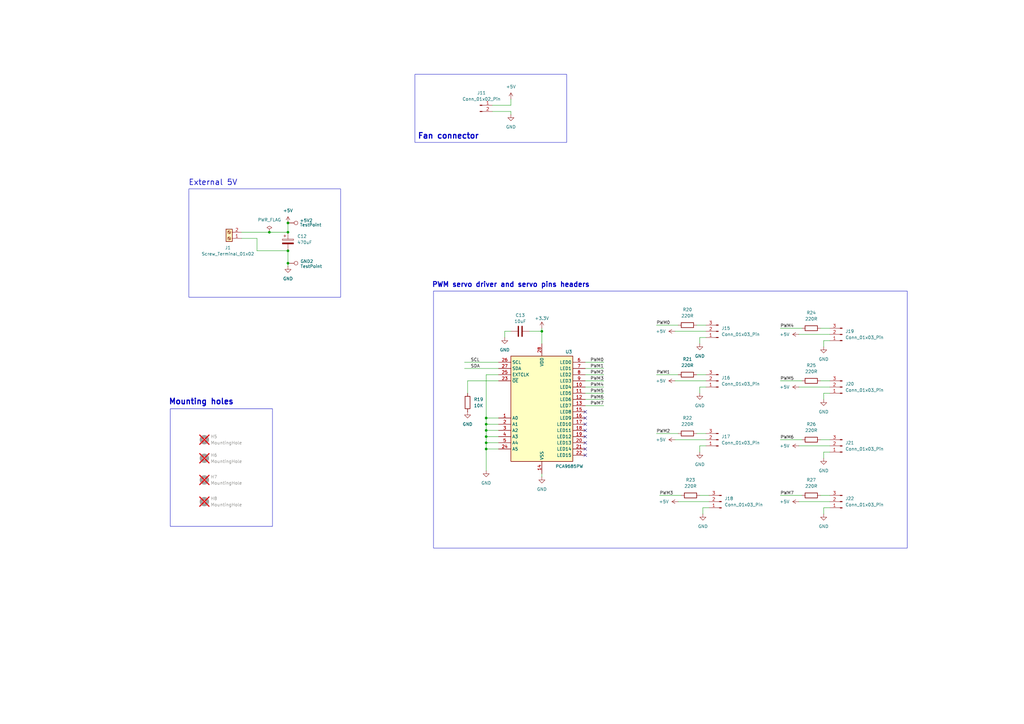
<source format=kicad_sch>
(kicad_sch
	(version 20231120)
	(generator "eeschema")
	(generator_version "8.0")
	(uuid "b7b81b5a-754b-49bb-b8a6-c497da1a856c")
	(paper "A3")
	(lib_symbols
		(symbol "Connector:Conn_01x02_Pin"
			(pin_names
				(offset 1.016) hide)
			(exclude_from_sim no)
			(in_bom yes)
			(on_board yes)
			(property "Reference" "J"
				(at 0 2.54 0)
				(effects
					(font
						(size 1.27 1.27)
					)
				)
			)
			(property "Value" "Conn_01x02_Pin"
				(at 0 -5.08 0)
				(effects
					(font
						(size 1.27 1.27)
					)
				)
			)
			(property "Footprint" ""
				(at 0 0 0)
				(effects
					(font
						(size 1.27 1.27)
					)
					(hide yes)
				)
			)
			(property "Datasheet" "~"
				(at 0 0 0)
				(effects
					(font
						(size 1.27 1.27)
					)
					(hide yes)
				)
			)
			(property "Description" "Generic connector, single row, 01x02, script generated"
				(at 0 0 0)
				(effects
					(font
						(size 1.27 1.27)
					)
					(hide yes)
				)
			)
			(property "ki_locked" ""
				(at 0 0 0)
				(effects
					(font
						(size 1.27 1.27)
					)
				)
			)
			(property "ki_keywords" "connector"
				(at 0 0 0)
				(effects
					(font
						(size 1.27 1.27)
					)
					(hide yes)
				)
			)
			(property "ki_fp_filters" "Connector*:*_1x??_*"
				(at 0 0 0)
				(effects
					(font
						(size 1.27 1.27)
					)
					(hide yes)
				)
			)
			(symbol "Conn_01x02_Pin_1_1"
				(polyline
					(pts
						(xy 1.27 -2.54) (xy 0.8636 -2.54)
					)
					(stroke
						(width 0.1524)
						(type default)
					)
					(fill
						(type none)
					)
				)
				(polyline
					(pts
						(xy 1.27 0) (xy 0.8636 0)
					)
					(stroke
						(width 0.1524)
						(type default)
					)
					(fill
						(type none)
					)
				)
				(rectangle
					(start 0.8636 -2.413)
					(end 0 -2.667)
					(stroke
						(width 0.1524)
						(type default)
					)
					(fill
						(type outline)
					)
				)
				(rectangle
					(start 0.8636 0.127)
					(end 0 -0.127)
					(stroke
						(width 0.1524)
						(type default)
					)
					(fill
						(type outline)
					)
				)
				(pin passive line
					(at 5.08 0 180)
					(length 3.81)
					(name "Pin_1"
						(effects
							(font
								(size 1.27 1.27)
							)
						)
					)
					(number "1"
						(effects
							(font
								(size 1.27 1.27)
							)
						)
					)
				)
				(pin passive line
					(at 5.08 -2.54 180)
					(length 3.81)
					(name "Pin_2"
						(effects
							(font
								(size 1.27 1.27)
							)
						)
					)
					(number "2"
						(effects
							(font
								(size 1.27 1.27)
							)
						)
					)
				)
			)
		)
		(symbol "Connector:Conn_01x03_Pin"
			(pin_names
				(offset 1.016) hide)
			(exclude_from_sim no)
			(in_bom yes)
			(on_board yes)
			(property "Reference" "J"
				(at 0 5.08 0)
				(effects
					(font
						(size 1.27 1.27)
					)
				)
			)
			(property "Value" "Conn_01x03_Pin"
				(at 0 -5.08 0)
				(effects
					(font
						(size 1.27 1.27)
					)
				)
			)
			(property "Footprint" ""
				(at 0 0 0)
				(effects
					(font
						(size 1.27 1.27)
					)
					(hide yes)
				)
			)
			(property "Datasheet" "~"
				(at 0 0 0)
				(effects
					(font
						(size 1.27 1.27)
					)
					(hide yes)
				)
			)
			(property "Description" "Generic connector, single row, 01x03, script generated"
				(at 0 0 0)
				(effects
					(font
						(size 1.27 1.27)
					)
					(hide yes)
				)
			)
			(property "ki_locked" ""
				(at 0 0 0)
				(effects
					(font
						(size 1.27 1.27)
					)
				)
			)
			(property "ki_keywords" "connector"
				(at 0 0 0)
				(effects
					(font
						(size 1.27 1.27)
					)
					(hide yes)
				)
			)
			(property "ki_fp_filters" "Connector*:*_1x??_*"
				(at 0 0 0)
				(effects
					(font
						(size 1.27 1.27)
					)
					(hide yes)
				)
			)
			(symbol "Conn_01x03_Pin_1_1"
				(polyline
					(pts
						(xy 1.27 -2.54) (xy 0.8636 -2.54)
					)
					(stroke
						(width 0.1524)
						(type default)
					)
					(fill
						(type none)
					)
				)
				(polyline
					(pts
						(xy 1.27 0) (xy 0.8636 0)
					)
					(stroke
						(width 0.1524)
						(type default)
					)
					(fill
						(type none)
					)
				)
				(polyline
					(pts
						(xy 1.27 2.54) (xy 0.8636 2.54)
					)
					(stroke
						(width 0.1524)
						(type default)
					)
					(fill
						(type none)
					)
				)
				(rectangle
					(start 0.8636 -2.413)
					(end 0 -2.667)
					(stroke
						(width 0.1524)
						(type default)
					)
					(fill
						(type outline)
					)
				)
				(rectangle
					(start 0.8636 0.127)
					(end 0 -0.127)
					(stroke
						(width 0.1524)
						(type default)
					)
					(fill
						(type outline)
					)
				)
				(rectangle
					(start 0.8636 2.667)
					(end 0 2.413)
					(stroke
						(width 0.1524)
						(type default)
					)
					(fill
						(type outline)
					)
				)
				(pin passive line
					(at 5.08 2.54 180)
					(length 3.81)
					(name "Pin_1"
						(effects
							(font
								(size 1.27 1.27)
							)
						)
					)
					(number "1"
						(effects
							(font
								(size 1.27 1.27)
							)
						)
					)
				)
				(pin passive line
					(at 5.08 0 180)
					(length 3.81)
					(name "Pin_2"
						(effects
							(font
								(size 1.27 1.27)
							)
						)
					)
					(number "2"
						(effects
							(font
								(size 1.27 1.27)
							)
						)
					)
				)
				(pin passive line
					(at 5.08 -2.54 180)
					(length 3.81)
					(name "Pin_3"
						(effects
							(font
								(size 1.27 1.27)
							)
						)
					)
					(number "3"
						(effects
							(font
								(size 1.27 1.27)
							)
						)
					)
				)
			)
		)
		(symbol "Connector:Screw_Terminal_01x02"
			(pin_names
				(offset 1.016) hide)
			(exclude_from_sim no)
			(in_bom yes)
			(on_board yes)
			(property "Reference" "J"
				(at 0 2.54 0)
				(effects
					(font
						(size 1.27 1.27)
					)
				)
			)
			(property "Value" "Screw_Terminal_01x02"
				(at 0 -5.08 0)
				(effects
					(font
						(size 1.27 1.27)
					)
				)
			)
			(property "Footprint" ""
				(at 0 0 0)
				(effects
					(font
						(size 1.27 1.27)
					)
					(hide yes)
				)
			)
			(property "Datasheet" "~"
				(at 0 0 0)
				(effects
					(font
						(size 1.27 1.27)
					)
					(hide yes)
				)
			)
			(property "Description" "Generic screw terminal, single row, 01x02, script generated (kicad-library-utils/schlib/autogen/connector/)"
				(at 0 0 0)
				(effects
					(font
						(size 1.27 1.27)
					)
					(hide yes)
				)
			)
			(property "ki_keywords" "screw terminal"
				(at 0 0 0)
				(effects
					(font
						(size 1.27 1.27)
					)
					(hide yes)
				)
			)
			(property "ki_fp_filters" "TerminalBlock*:*"
				(at 0 0 0)
				(effects
					(font
						(size 1.27 1.27)
					)
					(hide yes)
				)
			)
			(symbol "Screw_Terminal_01x02_1_1"
				(rectangle
					(start -1.27 1.27)
					(end 1.27 -3.81)
					(stroke
						(width 0.254)
						(type default)
					)
					(fill
						(type background)
					)
				)
				(circle
					(center 0 -2.54)
					(radius 0.635)
					(stroke
						(width 0.1524)
						(type default)
					)
					(fill
						(type none)
					)
				)
				(polyline
					(pts
						(xy -0.5334 -2.2098) (xy 0.3302 -3.048)
					)
					(stroke
						(width 0.1524)
						(type default)
					)
					(fill
						(type none)
					)
				)
				(polyline
					(pts
						(xy -0.5334 0.3302) (xy 0.3302 -0.508)
					)
					(stroke
						(width 0.1524)
						(type default)
					)
					(fill
						(type none)
					)
				)
				(polyline
					(pts
						(xy -0.3556 -2.032) (xy 0.508 -2.8702)
					)
					(stroke
						(width 0.1524)
						(type default)
					)
					(fill
						(type none)
					)
				)
				(polyline
					(pts
						(xy -0.3556 0.508) (xy 0.508 -0.3302)
					)
					(stroke
						(width 0.1524)
						(type default)
					)
					(fill
						(type none)
					)
				)
				(circle
					(center 0 0)
					(radius 0.635)
					(stroke
						(width 0.1524)
						(type default)
					)
					(fill
						(type none)
					)
				)
				(pin passive line
					(at -5.08 0 0)
					(length 3.81)
					(name "Pin_1"
						(effects
							(font
								(size 1.27 1.27)
							)
						)
					)
					(number "1"
						(effects
							(font
								(size 1.27 1.27)
							)
						)
					)
				)
				(pin passive line
					(at -5.08 -2.54 0)
					(length 3.81)
					(name "Pin_2"
						(effects
							(font
								(size 1.27 1.27)
							)
						)
					)
					(number "2"
						(effects
							(font
								(size 1.27 1.27)
							)
						)
					)
				)
			)
		)
		(symbol "Connector:TestPoint"
			(pin_numbers hide)
			(pin_names
				(offset 0.762) hide)
			(exclude_from_sim no)
			(in_bom yes)
			(on_board yes)
			(property "Reference" "TP"
				(at 0 6.858 0)
				(effects
					(font
						(size 1.27 1.27)
					)
				)
			)
			(property "Value" "TestPoint"
				(at 0 5.08 0)
				(effects
					(font
						(size 1.27 1.27)
					)
				)
			)
			(property "Footprint" ""
				(at 5.08 0 0)
				(effects
					(font
						(size 1.27 1.27)
					)
					(hide yes)
				)
			)
			(property "Datasheet" "~"
				(at 5.08 0 0)
				(effects
					(font
						(size 1.27 1.27)
					)
					(hide yes)
				)
			)
			(property "Description" "test point"
				(at 0 0 0)
				(effects
					(font
						(size 1.27 1.27)
					)
					(hide yes)
				)
			)
			(property "ki_keywords" "test point tp"
				(at 0 0 0)
				(effects
					(font
						(size 1.27 1.27)
					)
					(hide yes)
				)
			)
			(property "ki_fp_filters" "Pin* Test*"
				(at 0 0 0)
				(effects
					(font
						(size 1.27 1.27)
					)
					(hide yes)
				)
			)
			(symbol "TestPoint_0_1"
				(circle
					(center 0 3.302)
					(radius 0.762)
					(stroke
						(width 0)
						(type default)
					)
					(fill
						(type none)
					)
				)
			)
			(symbol "TestPoint_1_1"
				(pin passive line
					(at 0 0 90)
					(length 2.54)
					(name "1"
						(effects
							(font
								(size 1.27 1.27)
							)
						)
					)
					(number "1"
						(effects
							(font
								(size 1.27 1.27)
							)
						)
					)
				)
			)
		)
		(symbol "Device:C"
			(pin_numbers hide)
			(pin_names
				(offset 0.254)
			)
			(exclude_from_sim no)
			(in_bom yes)
			(on_board yes)
			(property "Reference" "C"
				(at 0.635 2.54 0)
				(effects
					(font
						(size 1.27 1.27)
					)
					(justify left)
				)
			)
			(property "Value" "C"
				(at 0.635 -2.54 0)
				(effects
					(font
						(size 1.27 1.27)
					)
					(justify left)
				)
			)
			(property "Footprint" ""
				(at 0.9652 -3.81 0)
				(effects
					(font
						(size 1.27 1.27)
					)
					(hide yes)
				)
			)
			(property "Datasheet" "~"
				(at 0 0 0)
				(effects
					(font
						(size 1.27 1.27)
					)
					(hide yes)
				)
			)
			(property "Description" "Unpolarized capacitor"
				(at 0 0 0)
				(effects
					(font
						(size 1.27 1.27)
					)
					(hide yes)
				)
			)
			(property "ki_keywords" "cap capacitor"
				(at 0 0 0)
				(effects
					(font
						(size 1.27 1.27)
					)
					(hide yes)
				)
			)
			(property "ki_fp_filters" "C_*"
				(at 0 0 0)
				(effects
					(font
						(size 1.27 1.27)
					)
					(hide yes)
				)
			)
			(symbol "C_0_1"
				(polyline
					(pts
						(xy -2.032 -0.762) (xy 2.032 -0.762)
					)
					(stroke
						(width 0.508)
						(type default)
					)
					(fill
						(type none)
					)
				)
				(polyline
					(pts
						(xy -2.032 0.762) (xy 2.032 0.762)
					)
					(stroke
						(width 0.508)
						(type default)
					)
					(fill
						(type none)
					)
				)
			)
			(symbol "C_1_1"
				(pin passive line
					(at 0 3.81 270)
					(length 2.794)
					(name "~"
						(effects
							(font
								(size 1.27 1.27)
							)
						)
					)
					(number "1"
						(effects
							(font
								(size 1.27 1.27)
							)
						)
					)
				)
				(pin passive line
					(at 0 -3.81 90)
					(length 2.794)
					(name "~"
						(effects
							(font
								(size 1.27 1.27)
							)
						)
					)
					(number "2"
						(effects
							(font
								(size 1.27 1.27)
							)
						)
					)
				)
			)
		)
		(symbol "Device:C_Polarized"
			(pin_numbers hide)
			(pin_names
				(offset 0.254)
			)
			(exclude_from_sim no)
			(in_bom yes)
			(on_board yes)
			(property "Reference" "C"
				(at 0.635 2.54 0)
				(effects
					(font
						(size 1.27 1.27)
					)
					(justify left)
				)
			)
			(property "Value" "C_Polarized"
				(at 0.635 -2.54 0)
				(effects
					(font
						(size 1.27 1.27)
					)
					(justify left)
				)
			)
			(property "Footprint" ""
				(at 0.9652 -3.81 0)
				(effects
					(font
						(size 1.27 1.27)
					)
					(hide yes)
				)
			)
			(property "Datasheet" "~"
				(at 0 0 0)
				(effects
					(font
						(size 1.27 1.27)
					)
					(hide yes)
				)
			)
			(property "Description" "Polarized capacitor"
				(at 0 0 0)
				(effects
					(font
						(size 1.27 1.27)
					)
					(hide yes)
				)
			)
			(property "ki_keywords" "cap capacitor"
				(at 0 0 0)
				(effects
					(font
						(size 1.27 1.27)
					)
					(hide yes)
				)
			)
			(property "ki_fp_filters" "CP_*"
				(at 0 0 0)
				(effects
					(font
						(size 1.27 1.27)
					)
					(hide yes)
				)
			)
			(symbol "C_Polarized_0_1"
				(rectangle
					(start -2.286 0.508)
					(end 2.286 1.016)
					(stroke
						(width 0)
						(type default)
					)
					(fill
						(type none)
					)
				)
				(polyline
					(pts
						(xy -1.778 2.286) (xy -0.762 2.286)
					)
					(stroke
						(width 0)
						(type default)
					)
					(fill
						(type none)
					)
				)
				(polyline
					(pts
						(xy -1.27 2.794) (xy -1.27 1.778)
					)
					(stroke
						(width 0)
						(type default)
					)
					(fill
						(type none)
					)
				)
				(rectangle
					(start 2.286 -0.508)
					(end -2.286 -1.016)
					(stroke
						(width 0)
						(type default)
					)
					(fill
						(type outline)
					)
				)
			)
			(symbol "C_Polarized_1_1"
				(pin passive line
					(at 0 3.81 270)
					(length 2.794)
					(name "~"
						(effects
							(font
								(size 1.27 1.27)
							)
						)
					)
					(number "1"
						(effects
							(font
								(size 1.27 1.27)
							)
						)
					)
				)
				(pin passive line
					(at 0 -3.81 90)
					(length 2.794)
					(name "~"
						(effects
							(font
								(size 1.27 1.27)
							)
						)
					)
					(number "2"
						(effects
							(font
								(size 1.27 1.27)
							)
						)
					)
				)
			)
		)
		(symbol "Device:R"
			(pin_numbers hide)
			(pin_names
				(offset 0)
			)
			(exclude_from_sim no)
			(in_bom yes)
			(on_board yes)
			(property "Reference" "R"
				(at 2.032 0 90)
				(effects
					(font
						(size 1.27 1.27)
					)
				)
			)
			(property "Value" "R"
				(at 0 0 90)
				(effects
					(font
						(size 1.27 1.27)
					)
				)
			)
			(property "Footprint" ""
				(at -1.778 0 90)
				(effects
					(font
						(size 1.27 1.27)
					)
					(hide yes)
				)
			)
			(property "Datasheet" "~"
				(at 0 0 0)
				(effects
					(font
						(size 1.27 1.27)
					)
					(hide yes)
				)
			)
			(property "Description" "Resistor"
				(at 0 0 0)
				(effects
					(font
						(size 1.27 1.27)
					)
					(hide yes)
				)
			)
			(property "ki_keywords" "R res resistor"
				(at 0 0 0)
				(effects
					(font
						(size 1.27 1.27)
					)
					(hide yes)
				)
			)
			(property "ki_fp_filters" "R_*"
				(at 0 0 0)
				(effects
					(font
						(size 1.27 1.27)
					)
					(hide yes)
				)
			)
			(symbol "R_0_1"
				(rectangle
					(start -1.016 -2.54)
					(end 1.016 2.54)
					(stroke
						(width 0.254)
						(type default)
					)
					(fill
						(type none)
					)
				)
			)
			(symbol "R_1_1"
				(pin passive line
					(at 0 3.81 270)
					(length 1.27)
					(name "~"
						(effects
							(font
								(size 1.27 1.27)
							)
						)
					)
					(number "1"
						(effects
							(font
								(size 1.27 1.27)
							)
						)
					)
				)
				(pin passive line
					(at 0 -3.81 90)
					(length 1.27)
					(name "~"
						(effects
							(font
								(size 1.27 1.27)
							)
						)
					)
					(number "2"
						(effects
							(font
								(size 1.27 1.27)
							)
						)
					)
				)
			)
		)
		(symbol "Driver_LED:PCA9685PW"
			(exclude_from_sim no)
			(in_bom yes)
			(on_board yes)
			(property "Reference" "U"
				(at -12.7 22.225 0)
				(effects
					(font
						(size 1.27 1.27)
					)
					(justify left)
				)
			)
			(property "Value" "PCA9685PW"
				(at 1.27 22.225 0)
				(effects
					(font
						(size 1.27 1.27)
					)
					(justify left)
				)
			)
			(property "Footprint" "Package_SO:TSSOP-28_4.4x9.7mm_P0.65mm"
				(at 0.635 -24.765 0)
				(effects
					(font
						(size 1.27 1.27)
					)
					(justify left)
					(hide yes)
				)
			)
			(property "Datasheet" "http://www.nxp.com/docs/en/data-sheet/PCA9685.pdf"
				(at -10.16 17.78 0)
				(effects
					(font
						(size 1.27 1.27)
					)
					(hide yes)
				)
			)
			(property "Description" "16-channel 12-bit PWM Fm+ I2C-bus LED controller RGBA TSSOP"
				(at 0 0 0)
				(effects
					(font
						(size 1.27 1.27)
					)
					(hide yes)
				)
			)
			(property "ki_keywords" "PWM LED driver I2C TSSOP"
				(at 0 0 0)
				(effects
					(font
						(size 1.27 1.27)
					)
					(hide yes)
				)
			)
			(property "ki_fp_filters" "TSSOP*4.4x9.7mm*P0.65mm*"
				(at 0 0 0)
				(effects
					(font
						(size 1.27 1.27)
					)
					(hide yes)
				)
			)
			(symbol "PCA9685PW_0_1"
				(rectangle
					(start -12.7 20.32)
					(end 12.7 -22.86)
					(stroke
						(width 0.254)
						(type default)
					)
					(fill
						(type background)
					)
				)
			)
			(symbol "PCA9685PW_1_1"
				(pin input line
					(at -17.78 -5.08 0)
					(length 5.08)
					(name "A0"
						(effects
							(font
								(size 1.27 1.27)
							)
						)
					)
					(number "1"
						(effects
							(font
								(size 1.27 1.27)
							)
						)
					)
				)
				(pin output line
					(at 17.78 7.62 180)
					(length 5.08)
					(name "LED4"
						(effects
							(font
								(size 1.27 1.27)
							)
						)
					)
					(number "10"
						(effects
							(font
								(size 1.27 1.27)
							)
						)
					)
				)
				(pin output line
					(at 17.78 5.08 180)
					(length 5.08)
					(name "LED5"
						(effects
							(font
								(size 1.27 1.27)
							)
						)
					)
					(number "11"
						(effects
							(font
								(size 1.27 1.27)
							)
						)
					)
				)
				(pin output line
					(at 17.78 2.54 180)
					(length 5.08)
					(name "LED6"
						(effects
							(font
								(size 1.27 1.27)
							)
						)
					)
					(number "12"
						(effects
							(font
								(size 1.27 1.27)
							)
						)
					)
				)
				(pin output line
					(at 17.78 0 180)
					(length 5.08)
					(name "LED7"
						(effects
							(font
								(size 1.27 1.27)
							)
						)
					)
					(number "13"
						(effects
							(font
								(size 1.27 1.27)
							)
						)
					)
				)
				(pin power_in line
					(at 0 -27.94 90)
					(length 5.08)
					(name "VSS"
						(effects
							(font
								(size 1.27 1.27)
							)
						)
					)
					(number "14"
						(effects
							(font
								(size 1.27 1.27)
							)
						)
					)
				)
				(pin output line
					(at 17.78 -2.54 180)
					(length 5.08)
					(name "LED8"
						(effects
							(font
								(size 1.27 1.27)
							)
						)
					)
					(number "15"
						(effects
							(font
								(size 1.27 1.27)
							)
						)
					)
				)
				(pin output line
					(at 17.78 -5.08 180)
					(length 5.08)
					(name "LED9"
						(effects
							(font
								(size 1.27 1.27)
							)
						)
					)
					(number "16"
						(effects
							(font
								(size 1.27 1.27)
							)
						)
					)
				)
				(pin output line
					(at 17.78 -7.62 180)
					(length 5.08)
					(name "LED10"
						(effects
							(font
								(size 1.27 1.27)
							)
						)
					)
					(number "17"
						(effects
							(font
								(size 1.27 1.27)
							)
						)
					)
				)
				(pin output line
					(at 17.78 -10.16 180)
					(length 5.08)
					(name "LED11"
						(effects
							(font
								(size 1.27 1.27)
							)
						)
					)
					(number "18"
						(effects
							(font
								(size 1.27 1.27)
							)
						)
					)
				)
				(pin output line
					(at 17.78 -12.7 180)
					(length 5.08)
					(name "LED12"
						(effects
							(font
								(size 1.27 1.27)
							)
						)
					)
					(number "19"
						(effects
							(font
								(size 1.27 1.27)
							)
						)
					)
				)
				(pin input line
					(at -17.78 -7.62 0)
					(length 5.08)
					(name "A1"
						(effects
							(font
								(size 1.27 1.27)
							)
						)
					)
					(number "2"
						(effects
							(font
								(size 1.27 1.27)
							)
						)
					)
				)
				(pin output line
					(at 17.78 -15.24 180)
					(length 5.08)
					(name "LED13"
						(effects
							(font
								(size 1.27 1.27)
							)
						)
					)
					(number "20"
						(effects
							(font
								(size 1.27 1.27)
							)
						)
					)
				)
				(pin output line
					(at 17.78 -17.78 180)
					(length 5.08)
					(name "LED14"
						(effects
							(font
								(size 1.27 1.27)
							)
						)
					)
					(number "21"
						(effects
							(font
								(size 1.27 1.27)
							)
						)
					)
				)
				(pin output line
					(at 17.78 -20.32 180)
					(length 5.08)
					(name "LED15"
						(effects
							(font
								(size 1.27 1.27)
							)
						)
					)
					(number "22"
						(effects
							(font
								(size 1.27 1.27)
							)
						)
					)
				)
				(pin input line
					(at -17.78 10.16 0)
					(length 5.08)
					(name "~{OE}"
						(effects
							(font
								(size 1.27 1.27)
							)
						)
					)
					(number "23"
						(effects
							(font
								(size 1.27 1.27)
							)
						)
					)
				)
				(pin input line
					(at -17.78 -17.78 0)
					(length 5.08)
					(name "A5"
						(effects
							(font
								(size 1.27 1.27)
							)
						)
					)
					(number "24"
						(effects
							(font
								(size 1.27 1.27)
							)
						)
					)
				)
				(pin input line
					(at -17.78 12.7 0)
					(length 5.08)
					(name "EXTCLK"
						(effects
							(font
								(size 1.27 1.27)
							)
						)
					)
					(number "25"
						(effects
							(font
								(size 1.27 1.27)
							)
						)
					)
				)
				(pin input line
					(at -17.78 17.78 0)
					(length 5.08)
					(name "SCL"
						(effects
							(font
								(size 1.27 1.27)
							)
						)
					)
					(number "26"
						(effects
							(font
								(size 1.27 1.27)
							)
						)
					)
				)
				(pin bidirectional line
					(at -17.78 15.24 0)
					(length 5.08)
					(name "SDA"
						(effects
							(font
								(size 1.27 1.27)
							)
						)
					)
					(number "27"
						(effects
							(font
								(size 1.27 1.27)
							)
						)
					)
				)
				(pin power_in line
					(at 0 25.4 270)
					(length 5.08)
					(name "VDD"
						(effects
							(font
								(size 1.27 1.27)
							)
						)
					)
					(number "28"
						(effects
							(font
								(size 1.27 1.27)
							)
						)
					)
				)
				(pin input line
					(at -17.78 -10.16 0)
					(length 5.08)
					(name "A2"
						(effects
							(font
								(size 1.27 1.27)
							)
						)
					)
					(number "3"
						(effects
							(font
								(size 1.27 1.27)
							)
						)
					)
				)
				(pin input line
					(at -17.78 -12.7 0)
					(length 5.08)
					(name "A3"
						(effects
							(font
								(size 1.27 1.27)
							)
						)
					)
					(number "4"
						(effects
							(font
								(size 1.27 1.27)
							)
						)
					)
				)
				(pin input line
					(at -17.78 -15.24 0)
					(length 5.08)
					(name "A4"
						(effects
							(font
								(size 1.27 1.27)
							)
						)
					)
					(number "5"
						(effects
							(font
								(size 1.27 1.27)
							)
						)
					)
				)
				(pin output line
					(at 17.78 17.78 180)
					(length 5.08)
					(name "LED0"
						(effects
							(font
								(size 1.27 1.27)
							)
						)
					)
					(number "6"
						(effects
							(font
								(size 1.27 1.27)
							)
						)
					)
				)
				(pin output line
					(at 17.78 15.24 180)
					(length 5.08)
					(name "LED1"
						(effects
							(font
								(size 1.27 1.27)
							)
						)
					)
					(number "7"
						(effects
							(font
								(size 1.27 1.27)
							)
						)
					)
				)
				(pin output line
					(at 17.78 12.7 180)
					(length 5.08)
					(name "LED2"
						(effects
							(font
								(size 1.27 1.27)
							)
						)
					)
					(number "8"
						(effects
							(font
								(size 1.27 1.27)
							)
						)
					)
				)
				(pin output line
					(at 17.78 10.16 180)
					(length 5.08)
					(name "LED3"
						(effects
							(font
								(size 1.27 1.27)
							)
						)
					)
					(number "9"
						(effects
							(font
								(size 1.27 1.27)
							)
						)
					)
				)
			)
		)
		(symbol "Mechanical:MountingHole"
			(pin_names
				(offset 1.016)
			)
			(exclude_from_sim yes)
			(in_bom no)
			(on_board yes)
			(property "Reference" "H"
				(at 0 5.08 0)
				(effects
					(font
						(size 1.27 1.27)
					)
				)
			)
			(property "Value" "MountingHole"
				(at 0 3.175 0)
				(effects
					(font
						(size 1.27 1.27)
					)
				)
			)
			(property "Footprint" ""
				(at 0 0 0)
				(effects
					(font
						(size 1.27 1.27)
					)
					(hide yes)
				)
			)
			(property "Datasheet" "~"
				(at 0 0 0)
				(effects
					(font
						(size 1.27 1.27)
					)
					(hide yes)
				)
			)
			(property "Description" "Mounting Hole without connection"
				(at 0 0 0)
				(effects
					(font
						(size 1.27 1.27)
					)
					(hide yes)
				)
			)
			(property "ki_keywords" "mounting hole"
				(at 0 0 0)
				(effects
					(font
						(size 1.27 1.27)
					)
					(hide yes)
				)
			)
			(property "ki_fp_filters" "MountingHole*"
				(at 0 0 0)
				(effects
					(font
						(size 1.27 1.27)
					)
					(hide yes)
				)
			)
			(symbol "MountingHole_0_1"
				(circle
					(center 0 0)
					(radius 1.27)
					(stroke
						(width 1.27)
						(type default)
					)
					(fill
						(type none)
					)
				)
			)
		)
		(symbol "power:+3.3V"
			(power)
			(pin_numbers hide)
			(pin_names
				(offset 0) hide)
			(exclude_from_sim no)
			(in_bom yes)
			(on_board yes)
			(property "Reference" "#PWR"
				(at 0 -3.81 0)
				(effects
					(font
						(size 1.27 1.27)
					)
					(hide yes)
				)
			)
			(property "Value" "+3.3V"
				(at 0 3.556 0)
				(effects
					(font
						(size 1.27 1.27)
					)
				)
			)
			(property "Footprint" ""
				(at 0 0 0)
				(effects
					(font
						(size 1.27 1.27)
					)
					(hide yes)
				)
			)
			(property "Datasheet" ""
				(at 0 0 0)
				(effects
					(font
						(size 1.27 1.27)
					)
					(hide yes)
				)
			)
			(property "Description" "Power symbol creates a global label with name \"+3.3V\""
				(at 0 0 0)
				(effects
					(font
						(size 1.27 1.27)
					)
					(hide yes)
				)
			)
			(property "ki_keywords" "global power"
				(at 0 0 0)
				(effects
					(font
						(size 1.27 1.27)
					)
					(hide yes)
				)
			)
			(symbol "+3.3V_0_1"
				(polyline
					(pts
						(xy -0.762 1.27) (xy 0 2.54)
					)
					(stroke
						(width 0)
						(type default)
					)
					(fill
						(type none)
					)
				)
				(polyline
					(pts
						(xy 0 0) (xy 0 2.54)
					)
					(stroke
						(width 0)
						(type default)
					)
					(fill
						(type none)
					)
				)
				(polyline
					(pts
						(xy 0 2.54) (xy 0.762 1.27)
					)
					(stroke
						(width 0)
						(type default)
					)
					(fill
						(type none)
					)
				)
			)
			(symbol "+3.3V_1_1"
				(pin power_in line
					(at 0 0 90)
					(length 0)
					(name "~"
						(effects
							(font
								(size 1.27 1.27)
							)
						)
					)
					(number "1"
						(effects
							(font
								(size 1.27 1.27)
							)
						)
					)
				)
			)
		)
		(symbol "power:+5V"
			(power)
			(pin_numbers hide)
			(pin_names
				(offset 0) hide)
			(exclude_from_sim no)
			(in_bom yes)
			(on_board yes)
			(property "Reference" "#PWR"
				(at 0 -3.81 0)
				(effects
					(font
						(size 1.27 1.27)
					)
					(hide yes)
				)
			)
			(property "Value" "+5V"
				(at 0 3.556 0)
				(effects
					(font
						(size 1.27 1.27)
					)
				)
			)
			(property "Footprint" ""
				(at 0 0 0)
				(effects
					(font
						(size 1.27 1.27)
					)
					(hide yes)
				)
			)
			(property "Datasheet" ""
				(at 0 0 0)
				(effects
					(font
						(size 1.27 1.27)
					)
					(hide yes)
				)
			)
			(property "Description" "Power symbol creates a global label with name \"+5V\""
				(at 0 0 0)
				(effects
					(font
						(size 1.27 1.27)
					)
					(hide yes)
				)
			)
			(property "ki_keywords" "global power"
				(at 0 0 0)
				(effects
					(font
						(size 1.27 1.27)
					)
					(hide yes)
				)
			)
			(symbol "+5V_0_1"
				(polyline
					(pts
						(xy -0.762 1.27) (xy 0 2.54)
					)
					(stroke
						(width 0)
						(type default)
					)
					(fill
						(type none)
					)
				)
				(polyline
					(pts
						(xy 0 0) (xy 0 2.54)
					)
					(stroke
						(width 0)
						(type default)
					)
					(fill
						(type none)
					)
				)
				(polyline
					(pts
						(xy 0 2.54) (xy 0.762 1.27)
					)
					(stroke
						(width 0)
						(type default)
					)
					(fill
						(type none)
					)
				)
			)
			(symbol "+5V_1_1"
				(pin power_in line
					(at 0 0 90)
					(length 0)
					(name "~"
						(effects
							(font
								(size 1.27 1.27)
							)
						)
					)
					(number "1"
						(effects
							(font
								(size 1.27 1.27)
							)
						)
					)
				)
			)
		)
		(symbol "power:GND"
			(power)
			(pin_numbers hide)
			(pin_names
				(offset 0) hide)
			(exclude_from_sim no)
			(in_bom yes)
			(on_board yes)
			(property "Reference" "#PWR"
				(at 0 -6.35 0)
				(effects
					(font
						(size 1.27 1.27)
					)
					(hide yes)
				)
			)
			(property "Value" "GND"
				(at 0 -3.81 0)
				(effects
					(font
						(size 1.27 1.27)
					)
				)
			)
			(property "Footprint" ""
				(at 0 0 0)
				(effects
					(font
						(size 1.27 1.27)
					)
					(hide yes)
				)
			)
			(property "Datasheet" ""
				(at 0 0 0)
				(effects
					(font
						(size 1.27 1.27)
					)
					(hide yes)
				)
			)
			(property "Description" "Power symbol creates a global label with name \"GND\" , ground"
				(at 0 0 0)
				(effects
					(font
						(size 1.27 1.27)
					)
					(hide yes)
				)
			)
			(property "ki_keywords" "global power"
				(at 0 0 0)
				(effects
					(font
						(size 1.27 1.27)
					)
					(hide yes)
				)
			)
			(symbol "GND_0_1"
				(polyline
					(pts
						(xy 0 0) (xy 0 -1.27) (xy 1.27 -1.27) (xy 0 -2.54) (xy -1.27 -1.27) (xy 0 -1.27)
					)
					(stroke
						(width 0)
						(type default)
					)
					(fill
						(type none)
					)
				)
			)
			(symbol "GND_1_1"
				(pin power_in line
					(at 0 0 270)
					(length 0)
					(name "~"
						(effects
							(font
								(size 1.27 1.27)
							)
						)
					)
					(number "1"
						(effects
							(font
								(size 1.27 1.27)
							)
						)
					)
				)
			)
		)
		(symbol "power:PWR_FLAG"
			(power)
			(pin_numbers hide)
			(pin_names
				(offset 0) hide)
			(exclude_from_sim no)
			(in_bom yes)
			(on_board yes)
			(property "Reference" "#FLG"
				(at 0 1.905 0)
				(effects
					(font
						(size 1.27 1.27)
					)
					(hide yes)
				)
			)
			(property "Value" "PWR_FLAG"
				(at 0 3.81 0)
				(effects
					(font
						(size 1.27 1.27)
					)
				)
			)
			(property "Footprint" ""
				(at 0 0 0)
				(effects
					(font
						(size 1.27 1.27)
					)
					(hide yes)
				)
			)
			(property "Datasheet" "~"
				(at 0 0 0)
				(effects
					(font
						(size 1.27 1.27)
					)
					(hide yes)
				)
			)
			(property "Description" "Special symbol for telling ERC where power comes from"
				(at 0 0 0)
				(effects
					(font
						(size 1.27 1.27)
					)
					(hide yes)
				)
			)
			(property "ki_keywords" "flag power"
				(at 0 0 0)
				(effects
					(font
						(size 1.27 1.27)
					)
					(hide yes)
				)
			)
			(symbol "PWR_FLAG_0_0"
				(pin power_out line
					(at 0 0 90)
					(length 0)
					(name "~"
						(effects
							(font
								(size 1.27 1.27)
							)
						)
					)
					(number "1"
						(effects
							(font
								(size 1.27 1.27)
							)
						)
					)
				)
			)
			(symbol "PWR_FLAG_0_1"
				(polyline
					(pts
						(xy 0 0) (xy 0 1.27) (xy -1.016 1.905) (xy 0 2.54) (xy 1.016 1.905) (xy 0 1.27)
					)
					(stroke
						(width 0)
						(type default)
					)
					(fill
						(type none)
					)
				)
			)
		)
	)
	(junction
		(at 199.39 176.53)
		(diameter 0)
		(color 0 0 0 0)
		(uuid "09b2c5d3-10a3-44d0-9744-3620173cf95a")
	)
	(junction
		(at 118.11 95.25)
		(diameter 0)
		(color 0 0 0 0)
		(uuid "21b7eb83-9eb7-4c4a-a9c6-bb413f7359c6")
	)
	(junction
		(at 118.11 102.87)
		(diameter 0)
		(color 0 0 0 0)
		(uuid "3a2ebdac-1f6e-45ed-82ff-d66f5703cfe6")
	)
	(junction
		(at 199.39 179.07)
		(diameter 0)
		(color 0 0 0 0)
		(uuid "40dda597-de30-422a-81af-7e47e1517b20")
	)
	(junction
		(at 110.49 95.25)
		(diameter 0)
		(color 0 0 0 0)
		(uuid "5cb90c08-a922-4e07-978f-d6602d6b1dcf")
	)
	(junction
		(at 118.11 107.95)
		(diameter 0)
		(color 0 0 0 0)
		(uuid "5e8ef4d4-461a-4f70-ba01-4a2d3ede5c7d")
	)
	(junction
		(at 199.39 173.99)
		(diameter 0)
		(color 0 0 0 0)
		(uuid "798c3937-16df-4b88-bd30-007bda4bee9a")
	)
	(junction
		(at 118.11 91.44)
		(diameter 0)
		(color 0 0 0 0)
		(uuid "8ecdece0-91ee-4864-af05-3485536b6eac")
	)
	(junction
		(at 199.39 184.15)
		(diameter 0)
		(color 0 0 0 0)
		(uuid "b7fe1864-424a-4f6f-9074-268bf7351d24")
	)
	(junction
		(at 199.39 181.61)
		(diameter 0)
		(color 0 0 0 0)
		(uuid "c1edc963-639d-4373-aaa0-9c1dac40a563")
	)
	(junction
		(at 222.25 135.89)
		(diameter 0)
		(color 0 0 0 0)
		(uuid "cf0acb65-68ac-4c30-88da-0cfd7021aa8a")
	)
	(junction
		(at 199.39 171.45)
		(diameter 0)
		(color 0 0 0 0)
		(uuid "e2b154c3-a97e-4e4a-b449-e359cf4e34de")
	)
	(no_connect
		(at 240.03 176.53)
		(uuid "03bad10c-d31e-4958-a2df-141bde48e463")
	)
	(no_connect
		(at 240.03 179.07)
		(uuid "6ba52b93-2f14-407d-a3f5-e5913b5dbb48")
	)
	(no_connect
		(at 240.03 171.45)
		(uuid "904c42f6-b819-49b4-bf74-cde6d8ca0a8d")
	)
	(no_connect
		(at 240.03 186.69)
		(uuid "a9dd2b95-d49c-47b3-a2bc-1001968350b1")
	)
	(no_connect
		(at 240.03 173.99)
		(uuid "bf7d4c7e-69ea-4263-b3d7-151174894f91")
	)
	(no_connect
		(at 240.03 181.61)
		(uuid "c899e418-0d16-4fcc-8eca-c23ab14fb3c2")
	)
	(no_connect
		(at 240.03 184.15)
		(uuid "f8446c44-d765-469c-91f1-1c86f85b64a8")
	)
	(no_connect
		(at 240.03 168.91)
		(uuid "fb2e9989-8764-46fd-8bf0-d19d777e4755")
	)
	(wire
		(pts
			(xy 222.25 135.89) (xy 222.25 140.97)
		)
		(stroke
			(width 0)
			(type default)
		)
		(uuid "00a81b2c-21cb-4020-8054-201a4507a933")
	)
	(wire
		(pts
			(xy 118.11 95.25) (xy 110.49 95.25)
		)
		(stroke
			(width 0)
			(type default)
		)
		(uuid "013fdcf8-6a8f-41e1-8499-0476ca26af8c")
	)
	(wire
		(pts
			(xy 337.82 185.42) (xy 337.82 187.96)
		)
		(stroke
			(width 0)
			(type default)
		)
		(uuid "026af469-71ca-463c-88a9-337e932d79be")
	)
	(wire
		(pts
			(xy 190.5 151.13) (xy 204.47 151.13)
		)
		(stroke
			(width 0)
			(type default)
		)
		(uuid "049f6c1f-9c0d-4e83-a080-45fc280ad460")
	)
	(wire
		(pts
			(xy 99.06 97.79) (xy 105.41 97.79)
		)
		(stroke
			(width 0)
			(type default)
		)
		(uuid "05015227-1887-4b15-969f-ea14da49a437")
	)
	(wire
		(pts
			(xy 105.41 97.79) (xy 105.41 102.87)
		)
		(stroke
			(width 0)
			(type default)
		)
		(uuid "064e05a1-8ece-4e66-9083-02cd3f796cb8")
	)
	(wire
		(pts
			(xy 276.86 156.21) (xy 289.56 156.21)
		)
		(stroke
			(width 0)
			(type default)
		)
		(uuid "09b4d782-8fe5-4b39-9ec1-c6e07b1f3e20")
	)
	(wire
		(pts
			(xy 269.24 153.67) (xy 278.13 153.67)
		)
		(stroke
			(width 0)
			(type default)
		)
		(uuid "0a928c93-b524-4673-ae29-73ddaf68e994")
	)
	(wire
		(pts
			(xy 201.93 43.18) (xy 209.55 43.18)
		)
		(stroke
			(width 0)
			(type default)
		)
		(uuid "0af6dac5-4778-4ea4-9445-be0c5a93bc16")
	)
	(wire
		(pts
			(xy 320.04 156.21) (xy 328.93 156.21)
		)
		(stroke
			(width 0)
			(type default)
		)
		(uuid "1111db25-4858-4b9a-8c01-8db928d12979")
	)
	(wire
		(pts
			(xy 287.02 138.43) (xy 287.02 140.97)
		)
		(stroke
			(width 0)
			(type default)
		)
		(uuid "12be860e-3c8e-4ca7-a8db-2d007c6f1b53")
	)
	(wire
		(pts
			(xy 269.24 177.8) (xy 278.13 177.8)
		)
		(stroke
			(width 0)
			(type default)
		)
		(uuid "151321b8-e6f1-4e14-bc5d-d5f48022b491")
	)
	(wire
		(pts
			(xy 240.03 158.75) (xy 247.65 158.75)
		)
		(stroke
			(width 0)
			(type default)
		)
		(uuid "1570f560-cca5-4510-b857-0a8741af4e92")
	)
	(wire
		(pts
			(xy 327.66 182.88) (xy 340.36 182.88)
		)
		(stroke
			(width 0)
			(type default)
		)
		(uuid "1bb7b965-01b4-4920-984a-82daf9b39f6d")
	)
	(wire
		(pts
			(xy 190.5 148.59) (xy 204.47 148.59)
		)
		(stroke
			(width 0)
			(type default)
		)
		(uuid "1cb646b8-012f-4600-b425-97589795161f")
	)
	(wire
		(pts
			(xy 320.04 203.2) (xy 328.93 203.2)
		)
		(stroke
			(width 0)
			(type default)
		)
		(uuid "1db4dc38-1034-47e4-b8d2-229fd6e0918b")
	)
	(wire
		(pts
			(xy 327.66 137.16) (xy 340.36 137.16)
		)
		(stroke
			(width 0)
			(type default)
		)
		(uuid "202e7cd5-9ac7-46b3-ae62-04acc76fea46")
	)
	(wire
		(pts
			(xy 240.03 148.59) (xy 247.65 148.59)
		)
		(stroke
			(width 0)
			(type default)
		)
		(uuid "27b48eec-c5dc-4c83-8be3-2a68e1af35fb")
	)
	(wire
		(pts
			(xy 199.39 173.99) (xy 199.39 176.53)
		)
		(stroke
			(width 0)
			(type default)
		)
		(uuid "2b56e4bf-6292-41a4-9e63-bab38b5d52d9")
	)
	(wire
		(pts
			(xy 199.39 181.61) (xy 199.39 184.15)
		)
		(stroke
			(width 0)
			(type default)
		)
		(uuid "2c4c2061-20a2-42de-8039-fa9041a3f7fa")
	)
	(wire
		(pts
			(xy 110.49 95.25) (xy 99.06 95.25)
		)
		(stroke
			(width 0)
			(type default)
		)
		(uuid "2dfc1b9a-8f43-405b-ae94-e923e5815e4c")
	)
	(wire
		(pts
			(xy 289.56 182.88) (xy 287.02 182.88)
		)
		(stroke
			(width 0)
			(type default)
		)
		(uuid "2f2d74c4-49d4-4e64-9439-791678efd652")
	)
	(wire
		(pts
			(xy 340.36 185.42) (xy 337.82 185.42)
		)
		(stroke
			(width 0)
			(type default)
		)
		(uuid "2fd64d46-39ed-4df5-9926-6716380a91ac")
	)
	(wire
		(pts
			(xy 320.04 180.34) (xy 328.93 180.34)
		)
		(stroke
			(width 0)
			(type default)
		)
		(uuid "30bbe52f-055b-45c9-8c7a-ff266a1835dc")
	)
	(wire
		(pts
			(xy 289.56 158.75) (xy 287.02 158.75)
		)
		(stroke
			(width 0)
			(type default)
		)
		(uuid "31cd9b74-6618-4f9d-b314-5361c86677d7")
	)
	(wire
		(pts
			(xy 199.39 181.61) (xy 204.47 181.61)
		)
		(stroke
			(width 0)
			(type default)
		)
		(uuid "3c2044c4-9e39-4bf3-b079-e56848d3378a")
	)
	(wire
		(pts
			(xy 285.75 153.67) (xy 289.56 153.67)
		)
		(stroke
			(width 0)
			(type default)
		)
		(uuid "3e242bac-cae2-4a42-a1f6-62cea5a4a03e")
	)
	(wire
		(pts
			(xy 327.66 158.75) (xy 340.36 158.75)
		)
		(stroke
			(width 0)
			(type default)
		)
		(uuid "4493db71-c6eb-4176-8604-ee959d2ba6e6")
	)
	(wire
		(pts
			(xy 240.03 153.67) (xy 247.65 153.67)
		)
		(stroke
			(width 0)
			(type default)
		)
		(uuid "4580dcbc-4e31-4bf9-b70b-c410b6318818")
	)
	(wire
		(pts
			(xy 336.55 180.34) (xy 340.36 180.34)
		)
		(stroke
			(width 0)
			(type default)
		)
		(uuid "4f40c956-0aac-4c9c-80ef-69b668623b5a")
	)
	(wire
		(pts
			(xy 199.39 176.53) (xy 204.47 176.53)
		)
		(stroke
			(width 0)
			(type default)
		)
		(uuid "50182668-4d87-4a33-acb5-364175b85fb4")
	)
	(wire
		(pts
			(xy 340.36 208.28) (xy 337.82 208.28)
		)
		(stroke
			(width 0)
			(type default)
		)
		(uuid "502cec9a-44bc-4032-91da-d98089ac26e4")
	)
	(wire
		(pts
			(xy 240.03 163.83) (xy 247.65 163.83)
		)
		(stroke
			(width 0)
			(type default)
		)
		(uuid "52b48d91-8da5-4daf-8d92-811caef0ef86")
	)
	(wire
		(pts
			(xy 290.83 208.28) (xy 288.29 208.28)
		)
		(stroke
			(width 0)
			(type default)
		)
		(uuid "5386c006-f020-48b3-9a91-04bbd668af3f")
	)
	(wire
		(pts
			(xy 204.47 171.45) (xy 199.39 171.45)
		)
		(stroke
			(width 0)
			(type default)
		)
		(uuid "56198874-7eb3-4079-948b-e9caa911b658")
	)
	(wire
		(pts
			(xy 118.11 102.87) (xy 118.11 107.95)
		)
		(stroke
			(width 0)
			(type default)
		)
		(uuid "5ef802bd-672b-4583-b36c-d34e01502fe2")
	)
	(wire
		(pts
			(xy 222.25 194.31) (xy 222.25 195.58)
		)
		(stroke
			(width 0)
			(type default)
		)
		(uuid "5f779a38-2aaa-4c40-a523-12a545c243ed")
	)
	(wire
		(pts
			(xy 337.82 139.7) (xy 337.82 142.24)
		)
		(stroke
			(width 0)
			(type default)
		)
		(uuid "5fa2f682-60a1-46cd-8e97-52f23347ff0b")
	)
	(wire
		(pts
			(xy 336.55 134.62) (xy 340.36 134.62)
		)
		(stroke
			(width 0)
			(type default)
		)
		(uuid "6334ebc8-ff70-4fb7-a542-51127177c5b8")
	)
	(wire
		(pts
			(xy 270.51 203.2) (xy 279.4 203.2)
		)
		(stroke
			(width 0)
			(type default)
		)
		(uuid "640b269c-a63b-4609-acc3-652d9c24326a")
	)
	(wire
		(pts
			(xy 204.47 153.67) (xy 199.39 153.67)
		)
		(stroke
			(width 0)
			(type default)
		)
		(uuid "6ba4832e-3e6e-45e3-9d11-f575108f3998")
	)
	(wire
		(pts
			(xy 118.11 91.44) (xy 118.11 95.25)
		)
		(stroke
			(width 0)
			(type default)
		)
		(uuid "703e2414-0e89-43b1-a927-72fed3b2f179")
	)
	(wire
		(pts
			(xy 199.39 176.53) (xy 199.39 179.07)
		)
		(stroke
			(width 0)
			(type default)
		)
		(uuid "77451175-ee0f-46ed-bfcc-cd46cb60ecb4")
	)
	(wire
		(pts
			(xy 209.55 45.72) (xy 209.55 46.99)
		)
		(stroke
			(width 0)
			(type default)
		)
		(uuid "7ce5c5c0-90f6-4fa0-926f-068ae6e198f3")
	)
	(wire
		(pts
			(xy 199.39 184.15) (xy 204.47 184.15)
		)
		(stroke
			(width 0)
			(type default)
		)
		(uuid "7da2fee2-3725-4c17-9409-c9f0bc0fa1dc")
	)
	(wire
		(pts
			(xy 240.03 151.13) (xy 247.65 151.13)
		)
		(stroke
			(width 0)
			(type default)
		)
		(uuid "7dc5d226-f3a5-4ea2-a5e8-80653902cfa1")
	)
	(wire
		(pts
			(xy 285.75 133.35) (xy 289.56 133.35)
		)
		(stroke
			(width 0)
			(type default)
		)
		(uuid "87e18c22-17df-4aac-b7cf-a43e6a3c5b3b")
	)
	(wire
		(pts
			(xy 287.02 203.2) (xy 290.83 203.2)
		)
		(stroke
			(width 0)
			(type default)
		)
		(uuid "8f7d6348-3628-42a3-816f-d7771fb38185")
	)
	(wire
		(pts
			(xy 289.56 138.43) (xy 287.02 138.43)
		)
		(stroke
			(width 0)
			(type default)
		)
		(uuid "9760c07c-971f-4d3e-aa19-fe4892f7aa7a")
	)
	(wire
		(pts
			(xy 199.39 153.67) (xy 199.39 171.45)
		)
		(stroke
			(width 0)
			(type default)
		)
		(uuid "9fa72ca1-dfba-449e-b497-61f7bec6c423")
	)
	(wire
		(pts
			(xy 191.77 156.21) (xy 204.47 156.21)
		)
		(stroke
			(width 0)
			(type default)
		)
		(uuid "9ffbf934-1408-4303-9656-f5e7aaa7bb75")
	)
	(wire
		(pts
			(xy 337.82 208.28) (xy 337.82 210.82)
		)
		(stroke
			(width 0)
			(type default)
		)
		(uuid "a4825ffa-5067-456d-b0f8-e7361c154bb3")
	)
	(wire
		(pts
			(xy 191.77 156.21) (xy 191.77 161.29)
		)
		(stroke
			(width 0)
			(type default)
		)
		(uuid "a675b2c8-e14c-4e63-854b-29018a3a1f25")
	)
	(wire
		(pts
			(xy 204.47 179.07) (xy 199.39 179.07)
		)
		(stroke
			(width 0)
			(type default)
		)
		(uuid "a85cc5a8-588a-46a4-aa64-b388032b6a5c")
	)
	(wire
		(pts
			(xy 285.75 177.8) (xy 289.56 177.8)
		)
		(stroke
			(width 0)
			(type default)
		)
		(uuid "a8f872dd-9e81-4797-b1ed-40c5549aa4ec")
	)
	(wire
		(pts
			(xy 209.55 43.18) (xy 209.55 40.64)
		)
		(stroke
			(width 0)
			(type default)
		)
		(uuid "aabbccae-57e5-4f96-9958-19176f06684f")
	)
	(wire
		(pts
			(xy 287.02 158.75) (xy 287.02 161.29)
		)
		(stroke
			(width 0)
			(type default)
		)
		(uuid "ae1ca2aa-a3ec-4b05-87ca-8a16ecba70c0")
	)
	(wire
		(pts
			(xy 118.11 107.95) (xy 118.11 109.22)
		)
		(stroke
			(width 0)
			(type default)
		)
		(uuid "af694410-801a-440b-8bf7-b54225dc96d4")
	)
	(wire
		(pts
			(xy 240.03 161.29) (xy 247.65 161.29)
		)
		(stroke
			(width 0)
			(type default)
		)
		(uuid "b1005880-70ff-45ed-b74e-ea28e8bce154")
	)
	(wire
		(pts
			(xy 240.03 156.21) (xy 247.65 156.21)
		)
		(stroke
			(width 0)
			(type default)
		)
		(uuid "b2870111-f80b-405c-aebb-c86786bf42f3")
	)
	(wire
		(pts
			(xy 222.25 134.62) (xy 222.25 135.89)
		)
		(stroke
			(width 0)
			(type default)
		)
		(uuid "b5154977-e0c1-4e67-b570-1a7f2cd7b637")
	)
	(wire
		(pts
			(xy 199.39 179.07) (xy 199.39 181.61)
		)
		(stroke
			(width 0)
			(type default)
		)
		(uuid "bf47f926-73fb-4dd2-908b-f3bb7d843814")
	)
	(wire
		(pts
			(xy 199.39 184.15) (xy 199.39 193.04)
		)
		(stroke
			(width 0)
			(type default)
		)
		(uuid "c0ee08c3-72ca-46be-94fc-99dd8e8169a7")
	)
	(wire
		(pts
			(xy 288.29 208.28) (xy 288.29 210.82)
		)
		(stroke
			(width 0)
			(type default)
		)
		(uuid "c4f0f5ff-9e44-4891-bc68-69d13175d2cf")
	)
	(wire
		(pts
			(xy 320.04 134.62) (xy 328.93 134.62)
		)
		(stroke
			(width 0)
			(type default)
		)
		(uuid "c6d3cf9b-c47e-4d41-aa16-06005b48463f")
	)
	(wire
		(pts
			(xy 276.86 180.34) (xy 289.56 180.34)
		)
		(stroke
			(width 0)
			(type default)
		)
		(uuid "c759cea4-694a-47b5-93cf-96bfcd5e1191")
	)
	(wire
		(pts
			(xy 278.13 205.74) (xy 290.83 205.74)
		)
		(stroke
			(width 0)
			(type default)
		)
		(uuid "cae36d05-de26-415d-95dc-c632bf25f196")
	)
	(wire
		(pts
			(xy 340.36 139.7) (xy 337.82 139.7)
		)
		(stroke
			(width 0)
			(type default)
		)
		(uuid "caf4b95e-221a-4d5d-af58-4b27e6b11269")
	)
	(wire
		(pts
			(xy 340.36 161.29) (xy 337.82 161.29)
		)
		(stroke
			(width 0)
			(type default)
		)
		(uuid "cb7f0cd5-ed0f-4ecb-8a61-799c2318b6f9")
	)
	(wire
		(pts
			(xy 199.39 171.45) (xy 199.39 173.99)
		)
		(stroke
			(width 0)
			(type default)
		)
		(uuid "cbda7f98-7a59-4f08-ac02-e5689751780c")
	)
	(wire
		(pts
			(xy 336.55 156.21) (xy 340.36 156.21)
		)
		(stroke
			(width 0)
			(type default)
		)
		(uuid "cc0a4d65-3584-43b5-b432-86d734a76e5e")
	)
	(wire
		(pts
			(xy 105.41 102.87) (xy 118.11 102.87)
		)
		(stroke
			(width 0)
			(type default)
		)
		(uuid "cc2d5b45-e447-4e4a-b762-25f8a24b563f")
	)
	(wire
		(pts
			(xy 201.93 45.72) (xy 209.55 45.72)
		)
		(stroke
			(width 0)
			(type default)
		)
		(uuid "d0700743-4578-4bc6-b7cd-41c5b3b59743")
	)
	(wire
		(pts
			(xy 337.82 161.29) (xy 337.82 163.83)
		)
		(stroke
			(width 0)
			(type default)
		)
		(uuid "d870586e-ada1-4b55-b001-8e6bbbc0f9fb")
	)
	(wire
		(pts
			(xy 276.86 135.89) (xy 289.56 135.89)
		)
		(stroke
			(width 0)
			(type default)
		)
		(uuid "d955b9c1-5489-40e4-a3da-6d8e75f73419")
	)
	(wire
		(pts
			(xy 209.55 135.89) (xy 207.01 135.89)
		)
		(stroke
			(width 0)
			(type default)
		)
		(uuid "dad428e0-7590-41ed-9958-a12c00353a16")
	)
	(wire
		(pts
			(xy 199.39 173.99) (xy 204.47 173.99)
		)
		(stroke
			(width 0)
			(type default)
		)
		(uuid "df3f820c-0e13-4330-93b5-7791f0703b2c")
	)
	(wire
		(pts
			(xy 327.66 205.74) (xy 340.36 205.74)
		)
		(stroke
			(width 0)
			(type default)
		)
		(uuid "e66f246b-3c7e-47a8-870d-cc16c3087c02")
	)
	(wire
		(pts
			(xy 207.01 135.89) (xy 207.01 138.43)
		)
		(stroke
			(width 0)
			(type default)
		)
		(uuid "e8cf0f01-2ad4-4adf-83ad-13a770065fd2")
	)
	(wire
		(pts
			(xy 269.24 133.35) (xy 278.13 133.35)
		)
		(stroke
			(width 0)
			(type default)
		)
		(uuid "eb3b75ec-725f-43f0-89ce-e90aa1135146")
	)
	(wire
		(pts
			(xy 240.03 166.37) (xy 247.65 166.37)
		)
		(stroke
			(width 0)
			(type default)
		)
		(uuid "ef6347f3-9571-4509-a076-bc313cad9f47")
	)
	(wire
		(pts
			(xy 217.17 135.89) (xy 222.25 135.89)
		)
		(stroke
			(width 0)
			(type default)
		)
		(uuid "ef9f843a-1137-41d2-adb1-a9bda3eea08f")
	)
	(wire
		(pts
			(xy 287.02 182.88) (xy 287.02 185.42)
		)
		(stroke
			(width 0)
			(type default)
		)
		(uuid "fbf359f3-56bf-490b-a0a8-cf0e2807f2ea")
	)
	(wire
		(pts
			(xy 336.55 203.2) (xy 340.36 203.2)
		)
		(stroke
			(width 0)
			(type default)
		)
		(uuid "ffc662f5-06b3-4ed0-9ed6-8e1bf439281f")
	)
	(rectangle
		(start 77.47 77.47)
		(end 139.7 121.92)
		(stroke
			(width 0)
			(type default)
		)
		(fill
			(type none)
		)
		(uuid 61c31ac0-f65d-46b6-b7d0-655733b526fb)
	)
	(rectangle
		(start 177.8 119.38)
		(end 372.11 224.79)
		(stroke
			(width 0)
			(type default)
		)
		(fill
			(type none)
		)
		(uuid 97b48d20-4d2e-437e-b40d-bf0ca3da0370)
	)
	(rectangle
		(start 170.18 30.48)
		(end 232.41 58.42)
		(stroke
			(width 0)
			(type default)
		)
		(fill
			(type none)
		)
		(uuid b62972aa-710e-46c7-b602-e8fc856434dc)
	)
	(rectangle
		(start 69.85 167.64)
		(end 111.76 215.9)
		(stroke
			(width 0)
			(type default)
		)
		(fill
			(type none)
		)
		(uuid c801c69d-3dae-4bcb-92a4-8e949c29f823)
	)
	(text "Fan connector"
		(exclude_from_sim no)
		(at 183.896 55.88 0)
		(effects
			(font
				(size 2.286 2.286)
				(thickness 0.4572)
				(bold yes)
			)
		)
		(uuid "7085d4db-9e62-4fb2-909d-bb64a9cec874")
	)
	(text "External 5V"
		(exclude_from_sim no)
		(at 87.376 74.93 0)
		(effects
			(font
				(size 2.286 2.286)
				(thickness 0.254)
				(bold yes)
			)
		)
		(uuid "959d88db-a56c-4bfc-bddc-a3dd069f4fee")
	)
	(text "PWM servo driver and servo pins headers"
		(exclude_from_sim no)
		(at 209.55 116.84 0)
		(effects
			(font
				(size 2.032 2.032)
				(thickness 0.4064)
				(bold yes)
			)
		)
		(uuid "d915a8f6-bbc4-4084-a50d-aa7efd8e8201")
	)
	(text "Mounting holes"
		(exclude_from_sim no)
		(at 82.55 164.846 0)
		(effects
			(font
				(size 2.286 2.286)
				(thickness 0.4572)
				(bold yes)
			)
		)
		(uuid "f88e6182-8475-4e0c-ba98-8b9754c7fbb0")
	)
	(label "SDA"
		(at 193.04 151.13 0)
		(fields_autoplaced yes)
		(effects
			(font
				(size 1.27 1.27)
			)
			(justify left bottom)
		)
		(uuid "07bcd376-25bb-4dec-a7f3-767162b8f893")
	)
	(label "PWM4"
		(at 247.65 158.75 180)
		(fields_autoplaced yes)
		(effects
			(font
				(size 1.27 1.27)
			)
			(justify right bottom)
		)
		(uuid "0aa6d977-8cab-41f0-bc5d-d6f9c3dd227a")
	)
	(label "PWM0"
		(at 247.65 148.59 180)
		(fields_autoplaced yes)
		(effects
			(font
				(size 1.27 1.27)
			)
			(justify right bottom)
		)
		(uuid "0b429c55-e7e8-4e82-94bd-a95724b430c5")
	)
	(label "PWM4"
		(at 320.04 134.62 0)
		(fields_autoplaced yes)
		(effects
			(font
				(size 1.27 1.27)
			)
			(justify left bottom)
		)
		(uuid "272813b8-ed53-46ad-a876-e3f3202896c3")
	)
	(label "PWM3"
		(at 270.51 203.2 0)
		(fields_autoplaced yes)
		(effects
			(font
				(size 1.27 1.27)
			)
			(justify left bottom)
		)
		(uuid "2b4abb44-c719-45dc-9b90-12f087f8a913")
	)
	(label "PWM7"
		(at 320.04 203.2 0)
		(fields_autoplaced yes)
		(effects
			(font
				(size 1.27 1.27)
			)
			(justify left bottom)
		)
		(uuid "524542d9-2dfe-438b-ba9f-d8fc7727d375")
	)
	(label "PWM2"
		(at 247.65 153.67 180)
		(fields_autoplaced yes)
		(effects
			(font
				(size 1.27 1.27)
			)
			(justify right bottom)
		)
		(uuid "636ef83a-0cc2-4951-a8da-6b6a2d670942")
	)
	(label "SCL"
		(at 193.04 148.59 0)
		(fields_autoplaced yes)
		(effects
			(font
				(size 1.27 1.27)
			)
			(justify left bottom)
		)
		(uuid "7bb5a8e5-59c5-4f0c-9a5b-7a5ce0c24cfc")
	)
	(label "PWM6"
		(at 247.65 163.83 180)
		(fields_autoplaced yes)
		(effects
			(font
				(size 1.27 1.27)
			)
			(justify right bottom)
		)
		(uuid "93dcc7cd-93af-4dbd-8a24-16663a364254")
	)
	(label "PWM6"
		(at 320.04 180.34 0)
		(fields_autoplaced yes)
		(effects
			(font
				(size 1.27 1.27)
			)
			(justify left bottom)
		)
		(uuid "9865130c-fd96-45b1-9d4e-af9ed226db94")
	)
	(label "PWM2"
		(at 269.24 177.8 0)
		(fields_autoplaced yes)
		(effects
			(font
				(size 1.27 1.27)
			)
			(justify left bottom)
		)
		(uuid "98dac85c-a483-4a8d-b789-fc553215f43f")
	)
	(label "PWM5"
		(at 247.65 161.29 180)
		(fields_autoplaced yes)
		(effects
			(font
				(size 1.27 1.27)
			)
			(justify right bottom)
		)
		(uuid "a3dc067c-8ff6-4efb-a52d-242eceaae01a")
	)
	(label "PWM1"
		(at 269.24 153.67 0)
		(fields_autoplaced yes)
		(effects
			(font
				(size 1.27 1.27)
			)
			(justify left bottom)
		)
		(uuid "c88aa067-1f0a-482d-83dc-28a1f948a482")
	)
	(label "PWM5"
		(at 320.04 156.21 0)
		(fields_autoplaced yes)
		(effects
			(font
				(size 1.27 1.27)
			)
			(justify left bottom)
		)
		(uuid "cd3b4680-3fa5-4ca7-91a2-57ddb5b85b4e")
	)
	(label "PWM1"
		(at 247.65 151.13 180)
		(fields_autoplaced yes)
		(effects
			(font
				(size 1.27 1.27)
			)
			(justify right bottom)
		)
		(uuid "d3cb533f-91cf-405b-b852-f4b96bbd29ae")
	)
	(label "PWM0"
		(at 269.24 133.35 0)
		(fields_autoplaced yes)
		(effects
			(font
				(size 1.27 1.27)
			)
			(justify left bottom)
		)
		(uuid "db6199d9-d01a-4d23-a0b2-3f7d8c1ba332")
	)
	(label "PWM7"
		(at 247.65 166.37 180)
		(fields_autoplaced yes)
		(effects
			(font
				(size 1.27 1.27)
			)
			(justify right bottom)
		)
		(uuid "dea6c673-03d8-4cc4-925a-6afb7447df8a")
	)
	(label "PWM3"
		(at 247.65 156.21 180)
		(fields_autoplaced yes)
		(effects
			(font
				(size 1.27 1.27)
			)
			(justify right bottom)
		)
		(uuid "f94f23fe-2838-4e55-8b32-80699bd58235")
	)
	(symbol
		(lib_id "Connector:Conn_01x03_Pin")
		(at 345.44 182.88 180)
		(unit 1)
		(exclude_from_sim no)
		(in_bom no)
		(on_board yes)
		(dnp no)
		(fields_autoplaced yes)
		(uuid "07ae3dd5-f435-4b5a-bc2b-74774bada17c")
		(property "Reference" "J21"
			(at 346.71 181.6099 0)
			(effects
				(font
					(size 1.27 1.27)
				)
				(justify right)
			)
		)
		(property "Value" "Conn_01x03_Pin"
			(at 346.71 184.1499 0)
			(effects
				(font
					(size 1.27 1.27)
				)
				(justify right)
			)
		)
		(property "Footprint" "Connector_PinHeader_2.54mm:PinHeader_1x03_P2.54mm_Vertical"
			(at 345.44 182.88 0)
			(effects
				(font
					(size 1.27 1.27)
				)
				(hide yes)
			)
		)
		(property "Datasheet" "~"
			(at 345.44 182.88 0)
			(effects
				(font
					(size 1.27 1.27)
				)
				(hide yes)
			)
		)
		(property "Description" "Generic connector, single row, 01x03, script generated"
			(at 345.44 182.88 0)
			(effects
				(font
					(size 1.27 1.27)
				)
				(hide yes)
			)
		)
		(pin "1"
			(uuid "41b4b387-ddca-4896-924b-87c704c280d3")
		)
		(pin "2"
			(uuid "715f0424-7dea-4882-8b0d-7341f40a520e")
		)
		(pin "3"
			(uuid "d54d566c-f5ef-42ff-bf1e-df1ff6ea4a31")
		)
		(instances
			(project "ESP-SPIDER"
				(path "/3b0eacd6-6c2c-4737-9b33-d98b5fc09abb/be2189bb-0916-40fa-ba21-e5f725f47f9b"
					(reference "J21")
					(unit 1)
				)
			)
		)
	)
	(symbol
		(lib_id "Mechanical:MountingHole")
		(at 83.82 196.85 0)
		(unit 1)
		(exclude_from_sim yes)
		(in_bom no)
		(on_board yes)
		(dnp yes)
		(fields_autoplaced yes)
		(uuid "0acb24c2-a23a-44ae-ba17-477cdaea0139")
		(property "Reference" "H7"
			(at 86.36 195.5799 0)
			(effects
				(font
					(size 1.27 1.27)
				)
				(justify left)
			)
		)
		(property "Value" "MountingHole"
			(at 86.36 198.1199 0)
			(effects
				(font
					(size 1.27 1.27)
				)
				(justify left)
			)
		)
		(property "Footprint" "MountingHole:MountingHole_2.2mm_M2"
			(at 83.82 196.85 0)
			(effects
				(font
					(size 1.27 1.27)
				)
				(hide yes)
			)
		)
		(property "Datasheet" "~"
			(at 83.82 196.85 0)
			(effects
				(font
					(size 1.27 1.27)
				)
				(hide yes)
			)
		)
		(property "Description" "Mounting Hole without connection"
			(at 83.82 196.85 0)
			(effects
				(font
					(size 1.27 1.27)
				)
				(hide yes)
			)
		)
		(instances
			(project "ESP-SPIDER"
				(path "/3b0eacd6-6c2c-4737-9b33-d98b5fc09abb/be2189bb-0916-40fa-ba21-e5f725f47f9b"
					(reference "H7")
					(unit 1)
				)
			)
		)
	)
	(symbol
		(lib_id "power:+5V")
		(at 276.86 180.34 90)
		(unit 1)
		(exclude_from_sim no)
		(in_bom yes)
		(on_board yes)
		(dnp no)
		(fields_autoplaced yes)
		(uuid "10ec90f0-3000-4690-9a1e-0111642c2c14")
		(property "Reference" "#PWR060"
			(at 280.67 180.34 0)
			(effects
				(font
					(size 1.27 1.27)
				)
				(hide yes)
			)
		)
		(property "Value" "+5V"
			(at 273.05 180.3399 90)
			(effects
				(font
					(size 1.27 1.27)
				)
				(justify left)
			)
		)
		(property "Footprint" ""
			(at 276.86 180.34 0)
			(effects
				(font
					(size 1.27 1.27)
				)
				(hide yes)
			)
		)
		(property "Datasheet" ""
			(at 276.86 180.34 0)
			(effects
				(font
					(size 1.27 1.27)
				)
				(hide yes)
			)
		)
		(property "Description" "Power symbol creates a global label with name \"+5V\""
			(at 276.86 180.34 0)
			(effects
				(font
					(size 1.27 1.27)
				)
				(hide yes)
			)
		)
		(pin "1"
			(uuid "ae97b8ef-9697-4c99-a5f8-34dc4cfef86c")
		)
		(instances
			(project "ESP-SPIDER"
				(path "/3b0eacd6-6c2c-4737-9b33-d98b5fc09abb/be2189bb-0916-40fa-ba21-e5f725f47f9b"
					(reference "#PWR060")
					(unit 1)
				)
			)
		)
	)
	(symbol
		(lib_id "Connector:Conn_01x03_Pin")
		(at 294.64 180.34 180)
		(unit 1)
		(exclude_from_sim no)
		(in_bom no)
		(on_board yes)
		(dnp no)
		(fields_autoplaced yes)
		(uuid "11574c94-8de5-4027-b654-5ef08c93b828")
		(property "Reference" "J17"
			(at 295.91 179.0699 0)
			(effects
				(font
					(size 1.27 1.27)
				)
				(justify right)
			)
		)
		(property "Value" "Conn_01x03_Pin"
			(at 295.91 181.6099 0)
			(effects
				(font
					(size 1.27 1.27)
				)
				(justify right)
			)
		)
		(property "Footprint" "Connector_PinHeader_2.54mm:PinHeader_1x03_P2.54mm_Vertical"
			(at 294.64 180.34 0)
			(effects
				(font
					(size 1.27 1.27)
				)
				(hide yes)
			)
		)
		(property "Datasheet" "~"
			(at 294.64 180.34 0)
			(effects
				(font
					(size 1.27 1.27)
				)
				(hide yes)
			)
		)
		(property "Description" "Generic connector, single row, 01x03, script generated"
			(at 294.64 180.34 0)
			(effects
				(font
					(size 1.27 1.27)
				)
				(hide yes)
			)
		)
		(pin "1"
			(uuid "cf22ac10-128f-4bd5-92db-db45be181d7d")
		)
		(pin "2"
			(uuid "0ab992ff-c5fd-4825-98e4-6b8b0c03783b")
		)
		(pin "3"
			(uuid "5a0dc4c5-442e-45b3-af45-b952b20694c6")
		)
		(instances
			(project "ESP-SPIDER"
				(path "/3b0eacd6-6c2c-4737-9b33-d98b5fc09abb/be2189bb-0916-40fa-ba21-e5f725f47f9b"
					(reference "J17")
					(unit 1)
				)
			)
		)
	)
	(symbol
		(lib_id "power:GND")
		(at 222.25 195.58 0)
		(unit 1)
		(exclude_from_sim no)
		(in_bom yes)
		(on_board yes)
		(dnp no)
		(fields_autoplaced yes)
		(uuid "12919a1e-a8de-4334-8780-fb2d7354ca8e")
		(property "Reference" "#PWR057"
			(at 222.25 201.93 0)
			(effects
				(font
					(size 1.27 1.27)
				)
				(hide yes)
			)
		)
		(property "Value" "GND"
			(at 222.25 200.66 0)
			(effects
				(font
					(size 1.27 1.27)
				)
			)
		)
		(property "Footprint" ""
			(at 222.25 195.58 0)
			(effects
				(font
					(size 1.27 1.27)
				)
				(hide yes)
			)
		)
		(property "Datasheet" ""
			(at 222.25 195.58 0)
			(effects
				(font
					(size 1.27 1.27)
				)
				(hide yes)
			)
		)
		(property "Description" "Power symbol creates a global label with name \"GND\" , ground"
			(at 222.25 195.58 0)
			(effects
				(font
					(size 1.27 1.27)
				)
				(hide yes)
			)
		)
		(pin "1"
			(uuid "81a686df-76b8-4b3a-abcf-a188bdaab8a9")
		)
		(instances
			(project "ESP-SPIDER"
				(path "/3b0eacd6-6c2c-4737-9b33-d98b5fc09abb/be2189bb-0916-40fa-ba21-e5f725f47f9b"
					(reference "#PWR057")
					(unit 1)
				)
			)
		)
	)
	(symbol
		(lib_id "power:GND")
		(at 337.82 163.83 0)
		(unit 1)
		(exclude_from_sim no)
		(in_bom yes)
		(on_board yes)
		(dnp no)
		(fields_autoplaced yes)
		(uuid "2088d806-e612-4a8d-9d7d-deb2278e6ff5")
		(property "Reference" "#PWR071"
			(at 337.82 170.18 0)
			(effects
				(font
					(size 1.27 1.27)
				)
				(hide yes)
			)
		)
		(property "Value" "GND"
			(at 337.82 168.91 0)
			(effects
				(font
					(size 1.27 1.27)
				)
			)
		)
		(property "Footprint" ""
			(at 337.82 163.83 0)
			(effects
				(font
					(size 1.27 1.27)
				)
				(hide yes)
			)
		)
		(property "Datasheet" ""
			(at 337.82 163.83 0)
			(effects
				(font
					(size 1.27 1.27)
				)
				(hide yes)
			)
		)
		(property "Description" "Power symbol creates a global label with name \"GND\" , ground"
			(at 337.82 163.83 0)
			(effects
				(font
					(size 1.27 1.27)
				)
				(hide yes)
			)
		)
		(pin "1"
			(uuid "b73dd87e-0f9b-4ff0-8aec-0cf87b95f99e")
		)
		(instances
			(project "ESP-SPIDER"
				(path "/3b0eacd6-6c2c-4737-9b33-d98b5fc09abb/be2189bb-0916-40fa-ba21-e5f725f47f9b"
					(reference "#PWR071")
					(unit 1)
				)
			)
		)
	)
	(symbol
		(lib_id "power:+5V")
		(at 276.86 156.21 90)
		(unit 1)
		(exclude_from_sim no)
		(in_bom yes)
		(on_board yes)
		(dnp no)
		(fields_autoplaced yes)
		(uuid "253c6395-1e9c-4582-b1a9-fe90025b6ec4")
		(property "Reference" "#PWR059"
			(at 280.67 156.21 0)
			(effects
				(font
					(size 1.27 1.27)
				)
				(hide yes)
			)
		)
		(property "Value" "+5V"
			(at 273.05 156.2099 90)
			(effects
				(font
					(size 1.27 1.27)
				)
				(justify left)
			)
		)
		(property "Footprint" ""
			(at 276.86 156.21 0)
			(effects
				(font
					(size 1.27 1.27)
				)
				(hide yes)
			)
		)
		(property "Datasheet" ""
			(at 276.86 156.21 0)
			(effects
				(font
					(size 1.27 1.27)
				)
				(hide yes)
			)
		)
		(property "Description" "Power symbol creates a global label with name \"+5V\""
			(at 276.86 156.21 0)
			(effects
				(font
					(size 1.27 1.27)
				)
				(hide yes)
			)
		)
		(pin "1"
			(uuid "3f2435d0-feb4-4f4f-986a-8da37bb7e41b")
		)
		(instances
			(project "ESP-SPIDER"
				(path "/3b0eacd6-6c2c-4737-9b33-d98b5fc09abb/be2189bb-0916-40fa-ba21-e5f725f47f9b"
					(reference "#PWR059")
					(unit 1)
				)
			)
		)
	)
	(symbol
		(lib_id "power:GND")
		(at 191.77 168.91 0)
		(unit 1)
		(exclude_from_sim no)
		(in_bom yes)
		(on_board yes)
		(dnp no)
		(fields_autoplaced yes)
		(uuid "2561102f-fccd-4c9a-b336-0b4ee3bc4cf8")
		(property "Reference" "#PWR051"
			(at 191.77 175.26 0)
			(effects
				(font
					(size 1.27 1.27)
				)
				(hide yes)
			)
		)
		(property "Value" "GND"
			(at 191.77 173.99 0)
			(effects
				(font
					(size 1.27 1.27)
				)
			)
		)
		(property "Footprint" ""
			(at 191.77 168.91 0)
			(effects
				(font
					(size 1.27 1.27)
				)
				(hide yes)
			)
		)
		(property "Datasheet" ""
			(at 191.77 168.91 0)
			(effects
				(font
					(size 1.27 1.27)
				)
				(hide yes)
			)
		)
		(property "Description" "Power symbol creates a global label with name \"GND\" , ground"
			(at 191.77 168.91 0)
			(effects
				(font
					(size 1.27 1.27)
				)
				(hide yes)
			)
		)
		(pin "1"
			(uuid "d81ebc0e-36b7-4920-bf57-46f42e181de5")
		)
		(instances
			(project "ESP-SPIDER"
				(path "/3b0eacd6-6c2c-4737-9b33-d98b5fc09abb/be2189bb-0916-40fa-ba21-e5f725f47f9b"
					(reference "#PWR051")
					(unit 1)
				)
			)
		)
	)
	(symbol
		(lib_id "power:GND")
		(at 287.02 161.29 0)
		(unit 1)
		(exclude_from_sim no)
		(in_bom yes)
		(on_board yes)
		(dnp no)
		(fields_autoplaced yes)
		(uuid "261d6655-2db0-485d-9855-746ad8e9210b")
		(property "Reference" "#PWR063"
			(at 287.02 167.64 0)
			(effects
				(font
					(size 1.27 1.27)
				)
				(hide yes)
			)
		)
		(property "Value" "GND"
			(at 287.02 166.37 0)
			(effects
				(font
					(size 1.27 1.27)
				)
			)
		)
		(property "Footprint" ""
			(at 287.02 161.29 0)
			(effects
				(font
					(size 1.27 1.27)
				)
				(hide yes)
			)
		)
		(property "Datasheet" ""
			(at 287.02 161.29 0)
			(effects
				(font
					(size 1.27 1.27)
				)
				(hide yes)
			)
		)
		(property "Description" "Power symbol creates a global label with name \"GND\" , ground"
			(at 287.02 161.29 0)
			(effects
				(font
					(size 1.27 1.27)
				)
				(hide yes)
			)
		)
		(pin "1"
			(uuid "1ba1cd24-5972-456e-9482-cdb63d42f518")
		)
		(instances
			(project "ESP-SPIDER"
				(path "/3b0eacd6-6c2c-4737-9b33-d98b5fc09abb/be2189bb-0916-40fa-ba21-e5f725f47f9b"
					(reference "#PWR063")
					(unit 1)
				)
			)
		)
	)
	(symbol
		(lib_id "power:+5V")
		(at 327.66 137.16 90)
		(unit 1)
		(exclude_from_sim no)
		(in_bom yes)
		(on_board yes)
		(dnp no)
		(fields_autoplaced yes)
		(uuid "2f0d0a64-2789-4b3a-9823-efd9eb6c2a41")
		(property "Reference" "#PWR066"
			(at 331.47 137.16 0)
			(effects
				(font
					(size 1.27 1.27)
				)
				(hide yes)
			)
		)
		(property "Value" "+5V"
			(at 323.85 137.1599 90)
			(effects
				(font
					(size 1.27 1.27)
				)
				(justify left)
			)
		)
		(property "Footprint" ""
			(at 327.66 137.16 0)
			(effects
				(font
					(size 1.27 1.27)
				)
				(hide yes)
			)
		)
		(property "Datasheet" ""
			(at 327.66 137.16 0)
			(effects
				(font
					(size 1.27 1.27)
				)
				(hide yes)
			)
		)
		(property "Description" "Power symbol creates a global label with name \"+5V\""
			(at 327.66 137.16 0)
			(effects
				(font
					(size 1.27 1.27)
				)
				(hide yes)
			)
		)
		(pin "1"
			(uuid "a112181e-b2ae-4fb1-a8d5-19ca99222960")
		)
		(instances
			(project "ESP-SPIDER"
				(path "/3b0eacd6-6c2c-4737-9b33-d98b5fc09abb/be2189bb-0916-40fa-ba21-e5f725f47f9b"
					(reference "#PWR066")
					(unit 1)
				)
			)
		)
	)
	(symbol
		(lib_id "Driver_LED:PCA9685PW")
		(at 222.25 166.37 0)
		(unit 1)
		(exclude_from_sim no)
		(in_bom yes)
		(on_board yes)
		(dnp no)
		(uuid "3388d2f3-199d-41ec-907c-d89fc6dd444b")
		(property "Reference" "U3"
			(at 231.902 144.272 0)
			(effects
				(font
					(size 1.27 1.27)
				)
				(justify left)
			)
		)
		(property "Value" "PCA9685PW"
			(at 227.838 191.262 0)
			(effects
				(font
					(size 1.27 1.27)
				)
				(justify left)
			)
		)
		(property "Footprint" "Package_SO:TSSOP-28_4.4x9.7mm_P0.65mm"
			(at 222.885 191.135 0)
			(effects
				(font
					(size 1.27 1.27)
				)
				(justify left)
				(hide yes)
			)
		)
		(property "Datasheet" "http://www.nxp.com/docs/en/data-sheet/PCA9685.pdf"
			(at 212.09 148.59 0)
			(effects
				(font
					(size 1.27 1.27)
				)
				(hide yes)
			)
		)
		(property "Description" "16-channel 12-bit PWM Fm+ I2C-bus LED controller RGBA TSSOP"
			(at 222.25 166.37 0)
			(effects
				(font
					(size 1.27 1.27)
				)
				(hide yes)
			)
		)
		(property "LCSC" "C2678753"
			(at 222.25 166.37 0)
			(effects
				(font
					(size 1.27 1.27)
				)
				(hide yes)
			)
		)
		(pin "1"
			(uuid "afa27411-db7e-4f4b-8b83-3b03241ae1c6")
		)
		(pin "8"
			(uuid "ec33ff5b-c3a6-4375-b3ce-7097343ece77")
		)
		(pin "22"
			(uuid "20ab48ce-0b7a-42ce-8c41-e1ac647a9ca6")
		)
		(pin "5"
			(uuid "6950c210-d81a-40bd-b0a3-b72f566e03b4")
		)
		(pin "23"
			(uuid "69260774-ffd7-46a2-9dc4-831b8ea49a81")
		)
		(pin "3"
			(uuid "459a4046-ceb3-49c2-8f8f-128f901cc2cb")
		)
		(pin "25"
			(uuid "191e1cb7-ee76-4071-abff-ac674195d2ac")
		)
		(pin "15"
			(uuid "cb431039-ccf1-4998-aad2-ad8b7f73318d")
		)
		(pin "9"
			(uuid "4fea14c8-9959-4837-95b8-e5d197be2c85")
		)
		(pin "7"
			(uuid "56a3427f-2b41-4d43-9f6d-cdb6e5beda22")
		)
		(pin "24"
			(uuid "e3c710b0-702a-4ac9-b818-73473d94c7d5")
		)
		(pin "16"
			(uuid "622bea33-3046-4f51-a435-6698b66f5807")
		)
		(pin "14"
			(uuid "66d5b52f-be94-4395-a408-c903865e6064")
		)
		(pin "2"
			(uuid "af8f8a76-7e3e-4bb0-acf2-4a66ed08b6c1")
		)
		(pin "12"
			(uuid "1f50283a-738c-4d4d-8336-09554167e385")
		)
		(pin "26"
			(uuid "ec8718ed-52f3-4b8c-ab5b-b9680bff596c")
		)
		(pin "27"
			(uuid "b02b622a-5292-42a2-bef8-908d48013b00")
		)
		(pin "11"
			(uuid "a3854a7b-3561-497a-b02d-46cf37960dad")
		)
		(pin "20"
			(uuid "e25f6aa4-32a5-4843-80bb-fe33b7a3c8ab")
		)
		(pin "4"
			(uuid "48f0f1de-544c-45c3-a56f-ece112819822")
		)
		(pin "18"
			(uuid "04c966fd-c8b3-45c0-b0b3-1e5d7ecf9134")
		)
		(pin "28"
			(uuid "ea377c31-2407-47b4-83fc-10a835f9bc68")
		)
		(pin "17"
			(uuid "898444fd-230a-4ce1-bdfc-be926c550234")
		)
		(pin "10"
			(uuid "aeeefa4c-50a8-45a8-b7a6-b0b5d268d281")
		)
		(pin "13"
			(uuid "61036545-ce24-4fc7-9491-8ad8d65a63e5")
		)
		(pin "19"
			(uuid "e55306b4-5d7d-4560-a942-dcd89feb79fd")
		)
		(pin "6"
			(uuid "b23e0513-fb88-497d-ba42-255b561611a0")
		)
		(pin "21"
			(uuid "a73cd2d0-9ea1-4075-927c-e1455b7b2591")
		)
		(instances
			(project "ESP-SPIDER"
				(path "/3b0eacd6-6c2c-4737-9b33-d98b5fc09abb/be2189bb-0916-40fa-ba21-e5f725f47f9b"
					(reference "U3")
					(unit 1)
				)
			)
		)
	)
	(symbol
		(lib_id "power:PWR_FLAG")
		(at 110.49 95.25 0)
		(unit 1)
		(exclude_from_sim no)
		(in_bom yes)
		(on_board yes)
		(dnp no)
		(fields_autoplaced yes)
		(uuid "4205e53e-2196-4a9f-b521-1dd1143145bf")
		(property "Reference" "#FLG02"
			(at 110.49 93.345 0)
			(effects
				(font
					(size 1.27 1.27)
				)
				(hide yes)
			)
		)
		(property "Value" "PWR_FLAG"
			(at 110.49 90.17 0)
			(effects
				(font
					(size 1.27 1.27)
				)
			)
		)
		(property "Footprint" ""
			(at 110.49 95.25 0)
			(effects
				(font
					(size 1.27 1.27)
				)
				(hide yes)
			)
		)
		(property "Datasheet" "~"
			(at 110.49 95.25 0)
			(effects
				(font
					(size 1.27 1.27)
				)
				(hide yes)
			)
		)
		(property "Description" "Special symbol for telling ERC where power comes from"
			(at 110.49 95.25 0)
			(effects
				(font
					(size 1.27 1.27)
				)
				(hide yes)
			)
		)
		(pin "1"
			(uuid "7c64a8cf-0019-42dd-9aca-9f78d67d0bf9")
		)
		(instances
			(project "ESP-SPIDER"
				(path "/3b0eacd6-6c2c-4737-9b33-d98b5fc09abb/be2189bb-0916-40fa-ba21-e5f725f47f9b"
					(reference "#FLG02")
					(unit 1)
				)
			)
		)
	)
	(symbol
		(lib_id "power:+5V")
		(at 327.66 158.75 90)
		(unit 1)
		(exclude_from_sim no)
		(in_bom yes)
		(on_board yes)
		(dnp no)
		(fields_autoplaced yes)
		(uuid "48a3c47d-1332-4e25-9a77-d3ff69a8c00d")
		(property "Reference" "#PWR067"
			(at 331.47 158.75 0)
			(effects
				(font
					(size 1.27 1.27)
				)
				(hide yes)
			)
		)
		(property "Value" "+5V"
			(at 323.85 158.7499 90)
			(effects
				(font
					(size 1.27 1.27)
				)
				(justify left)
			)
		)
		(property "Footprint" ""
			(at 327.66 158.75 0)
			(effects
				(font
					(size 1.27 1.27)
				)
				(hide yes)
			)
		)
		(property "Datasheet" ""
			(at 327.66 158.75 0)
			(effects
				(font
					(size 1.27 1.27)
				)
				(hide yes)
			)
		)
		(property "Description" "Power symbol creates a global label with name \"+5V\""
			(at 327.66 158.75 0)
			(effects
				(font
					(size 1.27 1.27)
				)
				(hide yes)
			)
		)
		(pin "1"
			(uuid "4cac9379-a6ce-4fef-9b98-fd3e77c5e22f")
		)
		(instances
			(project "ESP-SPIDER"
				(path "/3b0eacd6-6c2c-4737-9b33-d98b5fc09abb/be2189bb-0916-40fa-ba21-e5f725f47f9b"
					(reference "#PWR067")
					(unit 1)
				)
			)
		)
	)
	(symbol
		(lib_id "Connector:TestPoint")
		(at 118.11 91.44 270)
		(unit 1)
		(exclude_from_sim no)
		(in_bom yes)
		(on_board yes)
		(dnp no)
		(uuid "4a3076dc-f7bf-4c6e-8e86-8dcb443a00ae")
		(property "Reference" "+5V2"
			(at 122.936 90.424 90)
			(effects
				(font
					(size 1.27 1.27)
				)
				(justify left)
			)
		)
		(property "Value" "TestPoint"
			(at 122.936 92.202 90)
			(effects
				(font
					(size 1.27 1.27)
				)
				(justify left)
			)
		)
		(property "Footprint" "TestPoint:TestPoint_Pad_D1.5mm"
			(at 118.11 96.52 0)
			(effects
				(font
					(size 1.27 1.27)
				)
				(hide yes)
			)
		)
		(property "Datasheet" "~"
			(at 118.11 96.52 0)
			(effects
				(font
					(size 1.27 1.27)
				)
				(hide yes)
			)
		)
		(property "Description" "test point"
			(at 118.11 91.44 0)
			(effects
				(font
					(size 1.27 1.27)
				)
				(hide yes)
			)
		)
		(pin "1"
			(uuid "4172cfa7-7b31-432b-97cf-5e85474394db")
		)
		(instances
			(project "ESP-SPIDER"
				(path "/3b0eacd6-6c2c-4737-9b33-d98b5fc09abb/be2189bb-0916-40fa-ba21-e5f725f47f9b"
					(reference "+5V2")
					(unit 1)
				)
			)
		)
	)
	(symbol
		(lib_id "power:+5V")
		(at 327.66 205.74 90)
		(unit 1)
		(exclude_from_sim no)
		(in_bom yes)
		(on_board yes)
		(dnp no)
		(fields_autoplaced yes)
		(uuid "4e24718b-fd9d-4e2c-9e5d-9d68f5e133f9")
		(property "Reference" "#PWR069"
			(at 331.47 205.74 0)
			(effects
				(font
					(size 1.27 1.27)
				)
				(hide yes)
			)
		)
		(property "Value" "+5V"
			(at 323.85 205.7399 90)
			(effects
				(font
					(size 1.27 1.27)
				)
				(justify left)
			)
		)
		(property "Footprint" ""
			(at 327.66 205.74 0)
			(effects
				(font
					(size 1.27 1.27)
				)
				(hide yes)
			)
		)
		(property "Datasheet" ""
			(at 327.66 205.74 0)
			(effects
				(font
					(size 1.27 1.27)
				)
				(hide yes)
			)
		)
		(property "Description" "Power symbol creates a global label with name \"+5V\""
			(at 327.66 205.74 0)
			(effects
				(font
					(size 1.27 1.27)
				)
				(hide yes)
			)
		)
		(pin "1"
			(uuid "e5781568-a7ce-4916-afb2-a7c294437c7f")
		)
		(instances
			(project "ESP-SPIDER"
				(path "/3b0eacd6-6c2c-4737-9b33-d98b5fc09abb/be2189bb-0916-40fa-ba21-e5f725f47f9b"
					(reference "#PWR069")
					(unit 1)
				)
			)
		)
	)
	(symbol
		(lib_id "power:+5V")
		(at 327.66 182.88 90)
		(unit 1)
		(exclude_from_sim no)
		(in_bom yes)
		(on_board yes)
		(dnp no)
		(fields_autoplaced yes)
		(uuid "4f2b6ccc-00d9-4946-a52e-8c0749059bc8")
		(property "Reference" "#PWR068"
			(at 331.47 182.88 0)
			(effects
				(font
					(size 1.27 1.27)
				)
				(hide yes)
			)
		)
		(property "Value" "+5V"
			(at 323.85 182.8799 90)
			(effects
				(font
					(size 1.27 1.27)
				)
				(justify left)
			)
		)
		(property "Footprint" ""
			(at 327.66 182.88 0)
			(effects
				(font
					(size 1.27 1.27)
				)
				(hide yes)
			)
		)
		(property "Datasheet" ""
			(at 327.66 182.88 0)
			(effects
				(font
					(size 1.27 1.27)
				)
				(hide yes)
			)
		)
		(property "Description" "Power symbol creates a global label with name \"+5V\""
			(at 327.66 182.88 0)
			(effects
				(font
					(size 1.27 1.27)
				)
				(hide yes)
			)
		)
		(pin "1"
			(uuid "d57cef74-4ddb-430a-9578-6884166d4826")
		)
		(instances
			(project "ESP-SPIDER"
				(path "/3b0eacd6-6c2c-4737-9b33-d98b5fc09abb/be2189bb-0916-40fa-ba21-e5f725f47f9b"
					(reference "#PWR068")
					(unit 1)
				)
			)
		)
	)
	(symbol
		(lib_id "power:GND")
		(at 287.02 185.42 0)
		(unit 1)
		(exclude_from_sim no)
		(in_bom yes)
		(on_board yes)
		(dnp no)
		(fields_autoplaced yes)
		(uuid "52a68a7f-8975-4607-adde-fb2181939bd1")
		(property "Reference" "#PWR064"
			(at 287.02 191.77 0)
			(effects
				(font
					(size 1.27 1.27)
				)
				(hide yes)
			)
		)
		(property "Value" "GND"
			(at 287.02 190.5 0)
			(effects
				(font
					(size 1.27 1.27)
				)
			)
		)
		(property "Footprint" ""
			(at 287.02 185.42 0)
			(effects
				(font
					(size 1.27 1.27)
				)
				(hide yes)
			)
		)
		(property "Datasheet" ""
			(at 287.02 185.42 0)
			(effects
				(font
					(size 1.27 1.27)
				)
				(hide yes)
			)
		)
		(property "Description" "Power symbol creates a global label with name \"GND\" , ground"
			(at 287.02 185.42 0)
			(effects
				(font
					(size 1.27 1.27)
				)
				(hide yes)
			)
		)
		(pin "1"
			(uuid "c4a45dfd-bf73-4978-9dc6-d72681dc7d93")
		)
		(instances
			(project "ESP-SPIDER"
				(path "/3b0eacd6-6c2c-4737-9b33-d98b5fc09abb/be2189bb-0916-40fa-ba21-e5f725f47f9b"
					(reference "#PWR064")
					(unit 1)
				)
			)
		)
	)
	(symbol
		(lib_id "power:+5V")
		(at 278.13 205.74 90)
		(unit 1)
		(exclude_from_sim no)
		(in_bom yes)
		(on_board yes)
		(dnp no)
		(fields_autoplaced yes)
		(uuid "5c6ce838-925e-45f4-9b99-1f1516b2338e")
		(property "Reference" "#PWR061"
			(at 281.94 205.74 0)
			(effects
				(font
					(size 1.27 1.27)
				)
				(hide yes)
			)
		)
		(property "Value" "+5V"
			(at 274.32 205.7399 90)
			(effects
				(font
					(size 1.27 1.27)
				)
				(justify left)
			)
		)
		(property "Footprint" ""
			(at 278.13 205.74 0)
			(effects
				(font
					(size 1.27 1.27)
				)
				(hide yes)
			)
		)
		(property "Datasheet" ""
			(at 278.13 205.74 0)
			(effects
				(font
					(size 1.27 1.27)
				)
				(hide yes)
			)
		)
		(property "Description" "Power symbol creates a global label with name \"+5V\""
			(at 278.13 205.74 0)
			(effects
				(font
					(size 1.27 1.27)
				)
				(hide yes)
			)
		)
		(pin "1"
			(uuid "893c0ceb-f91c-44e8-9954-09f05a217afe")
		)
		(instances
			(project "ESP-SPIDER"
				(path "/3b0eacd6-6c2c-4737-9b33-d98b5fc09abb/be2189bb-0916-40fa-ba21-e5f725f47f9b"
					(reference "#PWR061")
					(unit 1)
				)
			)
		)
	)
	(symbol
		(lib_id "Device:R")
		(at 191.77 165.1 0)
		(unit 1)
		(exclude_from_sim no)
		(in_bom yes)
		(on_board yes)
		(dnp no)
		(fields_autoplaced yes)
		(uuid "63fad1a7-1c0f-4627-a517-c0f92d0df603")
		(property "Reference" "R19"
			(at 194.31 163.8299 0)
			(effects
				(font
					(size 1.27 1.27)
				)
				(justify left)
			)
		)
		(property "Value" "10K"
			(at 194.31 166.3699 0)
			(effects
				(font
					(size 1.27 1.27)
				)
				(justify left)
			)
		)
		(property "Footprint" "Resistor_SMD:R_0603_1608Metric_Pad0.98x0.95mm_HandSolder"
			(at 189.992 165.1 90)
			(effects
				(font
					(size 1.27 1.27)
				)
				(hide yes)
			)
		)
		(property "Datasheet" "~"
			(at 191.77 165.1 0)
			(effects
				(font
					(size 1.27 1.27)
				)
				(hide yes)
			)
		)
		(property "Description" "Resistor"
			(at 191.77 165.1 0)
			(effects
				(font
					(size 1.27 1.27)
				)
				(hide yes)
			)
		)
		(property "LCSC" "C25804"
			(at 191.77 165.1 0)
			(effects
				(font
					(size 1.27 1.27)
				)
				(hide yes)
			)
		)
		(pin "1"
			(uuid "68a253e6-6f95-41f3-96ae-3a5d39be0f6b")
		)
		(pin "2"
			(uuid "665581e6-fb6b-4886-aa41-18b487c80e5f")
		)
		(instances
			(project "ESP-SPIDER"
				(path "/3b0eacd6-6c2c-4737-9b33-d98b5fc09abb/be2189bb-0916-40fa-ba21-e5f725f47f9b"
					(reference "R19")
					(unit 1)
				)
			)
		)
	)
	(symbol
		(lib_id "power:GND")
		(at 337.82 210.82 0)
		(unit 1)
		(exclude_from_sim no)
		(in_bom yes)
		(on_board yes)
		(dnp no)
		(fields_autoplaced yes)
		(uuid "663b8781-7a4b-49a7-a257-9bcee5c0f3d1")
		(property "Reference" "#PWR073"
			(at 337.82 217.17 0)
			(effects
				(font
					(size 1.27 1.27)
				)
				(hide yes)
			)
		)
		(property "Value" "GND"
			(at 337.82 215.9 0)
			(effects
				(font
					(size 1.27 1.27)
				)
			)
		)
		(property "Footprint" ""
			(at 337.82 210.82 0)
			(effects
				(font
					(size 1.27 1.27)
				)
				(hide yes)
			)
		)
		(property "Datasheet" ""
			(at 337.82 210.82 0)
			(effects
				(font
					(size 1.27 1.27)
				)
				(hide yes)
			)
		)
		(property "Description" "Power symbol creates a global label with name \"GND\" , ground"
			(at 337.82 210.82 0)
			(effects
				(font
					(size 1.27 1.27)
				)
				(hide yes)
			)
		)
		(pin "1"
			(uuid "2421d140-58d5-432a-b75a-4eec9c3aa22b")
		)
		(instances
			(project "ESP-SPIDER"
				(path "/3b0eacd6-6c2c-4737-9b33-d98b5fc09abb/be2189bb-0916-40fa-ba21-e5f725f47f9b"
					(reference "#PWR073")
					(unit 1)
				)
			)
		)
	)
	(symbol
		(lib_id "power:GND")
		(at 337.82 187.96 0)
		(unit 1)
		(exclude_from_sim no)
		(in_bom yes)
		(on_board yes)
		(dnp no)
		(fields_autoplaced yes)
		(uuid "68741493-4ccb-4a5a-a510-15b5f24a3817")
		(property "Reference" "#PWR072"
			(at 337.82 194.31 0)
			(effects
				(font
					(size 1.27 1.27)
				)
				(hide yes)
			)
		)
		(property "Value" "GND"
			(at 337.82 193.04 0)
			(effects
				(font
					(size 1.27 1.27)
				)
			)
		)
		(property "Footprint" ""
			(at 337.82 187.96 0)
			(effects
				(font
					(size 1.27 1.27)
				)
				(hide yes)
			)
		)
		(property "Datasheet" ""
			(at 337.82 187.96 0)
			(effects
				(font
					(size 1.27 1.27)
				)
				(hide yes)
			)
		)
		(property "Description" "Power symbol creates a global label with name \"GND\" , ground"
			(at 337.82 187.96 0)
			(effects
				(font
					(size 1.27 1.27)
				)
				(hide yes)
			)
		)
		(pin "1"
			(uuid "a1160dd4-d4c9-46fc-80d8-126198a7b8d6")
		)
		(instances
			(project "ESP-SPIDER"
				(path "/3b0eacd6-6c2c-4737-9b33-d98b5fc09abb/be2189bb-0916-40fa-ba21-e5f725f47f9b"
					(reference "#PWR072")
					(unit 1)
				)
			)
		)
	)
	(symbol
		(lib_id "power:+3.3V")
		(at 222.25 134.62 0)
		(unit 1)
		(exclude_from_sim no)
		(in_bom yes)
		(on_board yes)
		(dnp no)
		(uuid "68cf4882-9a43-4579-bb34-e90fecaca9f0")
		(property "Reference" "#PWR056"
			(at 222.25 138.43 0)
			(effects
				(font
					(size 1.27 1.27)
				)
				(hide yes)
			)
		)
		(property "Value" "+3.3V"
			(at 222.25 130.556 0)
			(effects
				(font
					(size 1.27 1.27)
				)
			)
		)
		(property "Footprint" ""
			(at 222.25 134.62 0)
			(effects
				(font
					(size 1.27 1.27)
				)
				(hide yes)
			)
		)
		(property "Datasheet" ""
			(at 222.25 134.62 0)
			(effects
				(font
					(size 1.27 1.27)
				)
				(hide yes)
			)
		)
		(property "Description" "Power symbol creates a global label with name \"+3.3V\""
			(at 222.25 134.62 0)
			(effects
				(font
					(size 1.27 1.27)
				)
				(hide yes)
			)
		)
		(pin "1"
			(uuid "88149849-efdc-4f41-9098-86940405eb35")
		)
		(instances
			(project "ESP-SPIDER"
				(path "/3b0eacd6-6c2c-4737-9b33-d98b5fc09abb/be2189bb-0916-40fa-ba21-e5f725f47f9b"
					(reference "#PWR056")
					(unit 1)
				)
			)
		)
	)
	(symbol
		(lib_id "Connector:Conn_01x03_Pin")
		(at 295.91 205.74 180)
		(unit 1)
		(exclude_from_sim no)
		(in_bom no)
		(on_board yes)
		(dnp no)
		(fields_autoplaced yes)
		(uuid "6a5b8e37-2d85-4b04-ae6f-4595179c3ecc")
		(property "Reference" "J18"
			(at 297.18 204.4699 0)
			(effects
				(font
					(size 1.27 1.27)
				)
				(justify right)
			)
		)
		(property "Value" "Conn_01x03_Pin"
			(at 297.18 207.0099 0)
			(effects
				(font
					(size 1.27 1.27)
				)
				(justify right)
			)
		)
		(property "Footprint" "Connector_PinHeader_2.54mm:PinHeader_1x03_P2.54mm_Vertical"
			(at 295.91 205.74 0)
			(effects
				(font
					(size 1.27 1.27)
				)
				(hide yes)
			)
		)
		(property "Datasheet" "~"
			(at 295.91 205.74 0)
			(effects
				(font
					(size 1.27 1.27)
				)
				(hide yes)
			)
		)
		(property "Description" "Generic connector, single row, 01x03, script generated"
			(at 295.91 205.74 0)
			(effects
				(font
					(size 1.27 1.27)
				)
				(hide yes)
			)
		)
		(pin "1"
			(uuid "3d09aa2d-9c96-4b4b-92b4-61beb849accb")
		)
		(pin "2"
			(uuid "dd3b2217-956a-46fa-9f40-e2bd3253321f")
		)
		(pin "3"
			(uuid "0c6afd0c-391d-463d-9f00-25275084255f")
		)
		(instances
			(project "ESP-SPIDER"
				(path "/3b0eacd6-6c2c-4737-9b33-d98b5fc09abb/be2189bb-0916-40fa-ba21-e5f725f47f9b"
					(reference "J18")
					(unit 1)
				)
			)
		)
	)
	(symbol
		(lib_id "power:+5V")
		(at 118.11 91.44 0)
		(unit 1)
		(exclude_from_sim no)
		(in_bom yes)
		(on_board yes)
		(dnp no)
		(fields_autoplaced yes)
		(uuid "76062ed3-6315-49ca-92a0-2728c22af770")
		(property "Reference" "#PWR043"
			(at 118.11 95.25 0)
			(effects
				(font
					(size 1.27 1.27)
				)
				(hide yes)
			)
		)
		(property "Value" "+5V"
			(at 118.11 86.36 0)
			(effects
				(font
					(size 1.27 1.27)
				)
			)
		)
		(property "Footprint" ""
			(at 118.11 91.44 0)
			(effects
				(font
					(size 1.27 1.27)
				)
				(hide yes)
			)
		)
		(property "Datasheet" ""
			(at 118.11 91.44 0)
			(effects
				(font
					(size 1.27 1.27)
				)
				(hide yes)
			)
		)
		(property "Description" "Power symbol creates a global label with name \"+5V\""
			(at 118.11 91.44 0)
			(effects
				(font
					(size 1.27 1.27)
				)
				(hide yes)
			)
		)
		(pin "1"
			(uuid "95ad69e3-694c-442d-b325-5032d5dbc21b")
		)
		(instances
			(project "ESP-SPIDER"
				(path "/3b0eacd6-6c2c-4737-9b33-d98b5fc09abb/be2189bb-0916-40fa-ba21-e5f725f47f9b"
					(reference "#PWR043")
					(unit 1)
				)
			)
		)
	)
	(symbol
		(lib_id "Device:R")
		(at 281.94 153.67 90)
		(unit 1)
		(exclude_from_sim no)
		(in_bom yes)
		(on_board yes)
		(dnp no)
		(fields_autoplaced yes)
		(uuid "76c78988-052a-4fe7-8ca1-2ea15b86e893")
		(property "Reference" "R21"
			(at 281.94 147.32 90)
			(effects
				(font
					(size 1.27 1.27)
				)
			)
		)
		(property "Value" "220R"
			(at 281.94 149.86 90)
			(effects
				(font
					(size 1.27 1.27)
				)
			)
		)
		(property "Footprint" "Resistor_SMD:R_0603_1608Metric_Pad0.98x0.95mm_HandSolder"
			(at 281.94 155.448 90)
			(effects
				(font
					(size 1.27 1.27)
				)
				(hide yes)
			)
		)
		(property "Datasheet" "~"
			(at 281.94 153.67 0)
			(effects
				(font
					(size 1.27 1.27)
				)
				(hide yes)
			)
		)
		(property "Description" "Resistor"
			(at 281.94 153.67 0)
			(effects
				(font
					(size 1.27 1.27)
				)
				(hide yes)
			)
		)
		(property "LCSC" "C22962"
			(at 281.94 153.67 90)
			(effects
				(font
					(size 1.27 1.27)
				)
				(hide yes)
			)
		)
		(pin "2"
			(uuid "56ec7dcb-f7c8-4714-8b99-81f5bbc26971")
		)
		(pin "1"
			(uuid "74e6953d-c5a9-4ee9-a1e6-beaa0f0e3a7d")
		)
		(instances
			(project "ESP-SPIDER"
				(path "/3b0eacd6-6c2c-4737-9b33-d98b5fc09abb/be2189bb-0916-40fa-ba21-e5f725f47f9b"
					(reference "R21")
					(unit 1)
				)
			)
		)
	)
	(symbol
		(lib_id "Mechanical:MountingHole")
		(at 83.82 205.74 0)
		(unit 1)
		(exclude_from_sim yes)
		(in_bom no)
		(on_board yes)
		(dnp yes)
		(fields_autoplaced yes)
		(uuid "8b9bce69-6329-43ca-a9c4-da1e17609cd8")
		(property "Reference" "H8"
			(at 86.36 204.4699 0)
			(effects
				(font
					(size 1.27 1.27)
				)
				(justify left)
			)
		)
		(property "Value" "MountingHole"
			(at 86.36 207.0099 0)
			(effects
				(font
					(size 1.27 1.27)
				)
				(justify left)
			)
		)
		(property "Footprint" "MountingHole:MountingHole_2.2mm_M2"
			(at 83.82 205.74 0)
			(effects
				(font
					(size 1.27 1.27)
				)
				(hide yes)
			)
		)
		(property "Datasheet" "~"
			(at 83.82 205.74 0)
			(effects
				(font
					(size 1.27 1.27)
				)
				(hide yes)
			)
		)
		(property "Description" "Mounting Hole without connection"
			(at 83.82 205.74 0)
			(effects
				(font
					(size 1.27 1.27)
				)
				(hide yes)
			)
		)
		(instances
			(project "ESP-SPIDER"
				(path "/3b0eacd6-6c2c-4737-9b33-d98b5fc09abb/be2189bb-0916-40fa-ba21-e5f725f47f9b"
					(reference "H8")
					(unit 1)
				)
			)
		)
	)
	(symbol
		(lib_id "power:+5V")
		(at 276.86 135.89 90)
		(unit 1)
		(exclude_from_sim no)
		(in_bom yes)
		(on_board yes)
		(dnp no)
		(fields_autoplaced yes)
		(uuid "8dcb7c99-b273-485e-b0ed-5a8fc0047132")
		(property "Reference" "#PWR058"
			(at 280.67 135.89 0)
			(effects
				(font
					(size 1.27 1.27)
				)
				(hide yes)
			)
		)
		(property "Value" "+5V"
			(at 273.05 135.8899 90)
			(effects
				(font
					(size 1.27 1.27)
				)
				(justify left)
			)
		)
		(property "Footprint" ""
			(at 276.86 135.89 0)
			(effects
				(font
					(size 1.27 1.27)
				)
				(hide yes)
			)
		)
		(property "Datasheet" ""
			(at 276.86 135.89 0)
			(effects
				(font
					(size 1.27 1.27)
				)
				(hide yes)
			)
		)
		(property "Description" "Power symbol creates a global label with name \"+5V\""
			(at 276.86 135.89 0)
			(effects
				(font
					(size 1.27 1.27)
				)
				(hide yes)
			)
		)
		(pin "1"
			(uuid "387d42ab-a49f-4a79-b5a0-4e5a5ac3942d")
		)
		(instances
			(project "ESP-SPIDER"
				(path "/3b0eacd6-6c2c-4737-9b33-d98b5fc09abb/be2189bb-0916-40fa-ba21-e5f725f47f9b"
					(reference "#PWR058")
					(unit 1)
				)
			)
		)
	)
	(symbol
		(lib_id "Device:R")
		(at 332.74 134.62 90)
		(unit 1)
		(exclude_from_sim no)
		(in_bom yes)
		(on_board yes)
		(dnp no)
		(fields_autoplaced yes)
		(uuid "9eaa1ac0-3a09-4636-a372-339e3aff104a")
		(property "Reference" "R24"
			(at 332.74 128.27 90)
			(effects
				(font
					(size 1.27 1.27)
				)
			)
		)
		(property "Value" "220R"
			(at 332.74 130.81 90)
			(effects
				(font
					(size 1.27 1.27)
				)
			)
		)
		(property "Footprint" "Resistor_SMD:R_0603_1608Metric_Pad0.98x0.95mm_HandSolder"
			(at 332.74 136.398 90)
			(effects
				(font
					(size 1.27 1.27)
				)
				(hide yes)
			)
		)
		(property "Datasheet" "~"
			(at 332.74 134.62 0)
			(effects
				(font
					(size 1.27 1.27)
				)
				(hide yes)
			)
		)
		(property "Description" "Resistor"
			(at 332.74 134.62 0)
			(effects
				(font
					(size 1.27 1.27)
				)
				(hide yes)
			)
		)
		(property "LCSC" "C22962"
			(at 332.74 134.62 90)
			(effects
				(font
					(size 1.27 1.27)
				)
				(hide yes)
			)
		)
		(pin "2"
			(uuid "468ffc49-5f32-4eb2-ba27-941393bf28b6")
		)
		(pin "1"
			(uuid "5c403565-73e4-4ed1-8a01-5c27b788acc5")
		)
		(instances
			(project "ESP-SPIDER"
				(path "/3b0eacd6-6c2c-4737-9b33-d98b5fc09abb/be2189bb-0916-40fa-ba21-e5f725f47f9b"
					(reference "R24")
					(unit 1)
				)
			)
		)
	)
	(symbol
		(lib_id "Device:C_Polarized")
		(at 118.11 99.06 0)
		(unit 1)
		(exclude_from_sim no)
		(in_bom no)
		(on_board yes)
		(dnp no)
		(fields_autoplaced yes)
		(uuid "a6064a9c-60ef-43b3-8904-0e5df68a670d")
		(property "Reference" "C12"
			(at 121.92 96.9009 0)
			(effects
				(font
					(size 1.27 1.27)
				)
				(justify left)
			)
		)
		(property "Value" "470uF"
			(at 121.92 99.4409 0)
			(effects
				(font
					(size 1.27 1.27)
				)
				(justify left)
			)
		)
		(property "Footprint" "Capacitor_THT:CP_Radial_D8.0mm_P3.50mm"
			(at 119.0752 102.87 0)
			(effects
				(font
					(size 1.27 1.27)
				)
				(hide yes)
			)
		)
		(property "Datasheet" "~"
			(at 118.11 99.06 0)
			(effects
				(font
					(size 1.27 1.27)
				)
				(hide yes)
			)
		)
		(property "Description" "Polarized capacitor"
			(at 118.11 99.06 0)
			(effects
				(font
					(size 1.27 1.27)
				)
				(hide yes)
			)
		)
		(pin "2"
			(uuid "fe39425c-36a0-470f-ae9b-8868d16534a4")
		)
		(pin "1"
			(uuid "73877847-12d0-441f-9a2e-386c922c804e")
		)
		(instances
			(project "ESP-SPIDER"
				(path "/3b0eacd6-6c2c-4737-9b33-d98b5fc09abb/be2189bb-0916-40fa-ba21-e5f725f47f9b"
					(reference "C12")
					(unit 1)
				)
			)
		)
	)
	(symbol
		(lib_id "Connector:Conn_01x03_Pin")
		(at 294.64 135.89 180)
		(unit 1)
		(exclude_from_sim no)
		(in_bom no)
		(on_board yes)
		(dnp no)
		(fields_autoplaced yes)
		(uuid "a62ac080-237b-4d8b-8b72-5368e9aa34a5")
		(property "Reference" "J15"
			(at 295.91 134.6199 0)
			(effects
				(font
					(size 1.27 1.27)
				)
				(justify right)
			)
		)
		(property "Value" "Conn_01x03_Pin"
			(at 295.91 137.1599 0)
			(effects
				(font
					(size 1.27 1.27)
				)
				(justify right)
			)
		)
		(property "Footprint" "Connector_PinHeader_2.54mm:PinHeader_1x03_P2.54mm_Vertical"
			(at 294.64 135.89 0)
			(effects
				(font
					(size 1.27 1.27)
				)
				(hide yes)
			)
		)
		(property "Datasheet" "~"
			(at 294.64 135.89 0)
			(effects
				(font
					(size 1.27 1.27)
				)
				(hide yes)
			)
		)
		(property "Description" "Generic connector, single row, 01x03, script generated"
			(at 294.64 135.89 0)
			(effects
				(font
					(size 1.27 1.27)
				)
				(hide yes)
			)
		)
		(pin "1"
			(uuid "99e7d1c5-8313-4391-bd45-117ca1f68d69")
		)
		(pin "2"
			(uuid "9fc7b554-485e-4c21-ab4f-7b00287ae346")
		)
		(pin "3"
			(uuid "331913ce-8565-46cb-8a73-26c3ab9f868b")
		)
		(instances
			(project "ESP-SPIDER"
				(path "/3b0eacd6-6c2c-4737-9b33-d98b5fc09abb/be2189bb-0916-40fa-ba21-e5f725f47f9b"
					(reference "J15")
					(unit 1)
				)
			)
		)
	)
	(symbol
		(lib_id "Connector:Screw_Terminal_01x02")
		(at 93.98 97.79 180)
		(unit 1)
		(exclude_from_sim no)
		(in_bom no)
		(on_board yes)
		(dnp no)
		(uuid "a73bf04c-5900-48d4-9bad-59922958dc01")
		(property "Reference" "J1"
			(at 93.472 101.6 0)
			(effects
				(font
					(size 1.27 1.27)
				)
			)
		)
		(property "Value" "Screw_Terminal_01x02"
			(at 93.472 104.14 0)
			(effects
				(font
					(size 1.27 1.27)
				)
			)
		)
		(property "Footprint" "TerminalBlock_Phoenix:TerminalBlock_Phoenix_PT-1,5-2-3.5-H_1x02_P3.50mm_Horizontal"
			(at 93.98 97.79 0)
			(effects
				(font
					(size 1.27 1.27)
				)
				(hide yes)
			)
		)
		(property "Datasheet" "~"
			(at 93.98 97.79 0)
			(effects
				(font
					(size 1.27 1.27)
				)
				(hide yes)
			)
		)
		(property "Description" "Generic screw terminal, single row, 01x02, script generated (kicad-library-utils/schlib/autogen/connector/)"
			(at 93.98 97.79 0)
			(effects
				(font
					(size 1.27 1.27)
				)
				(hide yes)
			)
		)
		(pin "2"
			(uuid "93af6e49-9986-4dac-ba3f-86ba6b47f05d")
		)
		(pin "1"
			(uuid "c867f4be-8c85-4cee-b606-15f5c0f3d15a")
		)
		(instances
			(project "ESP-SPIDER"
				(path "/3b0eacd6-6c2c-4737-9b33-d98b5fc09abb/be2189bb-0916-40fa-ba21-e5f725f47f9b"
					(reference "J1")
					(unit 1)
				)
			)
		)
	)
	(symbol
		(lib_id "power:GND")
		(at 337.82 142.24 0)
		(unit 1)
		(exclude_from_sim no)
		(in_bom yes)
		(on_board yes)
		(dnp no)
		(fields_autoplaced yes)
		(uuid "a838bff3-1c41-42e8-a2ec-d76c349ea797")
		(property "Reference" "#PWR070"
			(at 337.82 148.59 0)
			(effects
				(font
					(size 1.27 1.27)
				)
				(hide yes)
			)
		)
		(property "Value" "GND"
			(at 337.82 147.32 0)
			(effects
				(font
					(size 1.27 1.27)
				)
			)
		)
		(property "Footprint" ""
			(at 337.82 142.24 0)
			(effects
				(font
					(size 1.27 1.27)
				)
				(hide yes)
			)
		)
		(property "Datasheet" ""
			(at 337.82 142.24 0)
			(effects
				(font
					(size 1.27 1.27)
				)
				(hide yes)
			)
		)
		(property "Description" "Power symbol creates a global label with name \"GND\" , ground"
			(at 337.82 142.24 0)
			(effects
				(font
					(size 1.27 1.27)
				)
				(hide yes)
			)
		)
		(pin "1"
			(uuid "252d0cd9-848b-401a-aead-2c18d2707f4d")
		)
		(instances
			(project "ESP-SPIDER"
				(path "/3b0eacd6-6c2c-4737-9b33-d98b5fc09abb/be2189bb-0916-40fa-ba21-e5f725f47f9b"
					(reference "#PWR070")
					(unit 1)
				)
			)
		)
	)
	(symbol
		(lib_id "power:GND")
		(at 118.11 109.22 0)
		(unit 1)
		(exclude_from_sim no)
		(in_bom yes)
		(on_board yes)
		(dnp no)
		(fields_autoplaced yes)
		(uuid "a916cd21-8d4e-48cb-abf9-16dd12921486")
		(property "Reference" "#PWR047"
			(at 118.11 115.57 0)
			(effects
				(font
					(size 1.27 1.27)
				)
				(hide yes)
			)
		)
		(property "Value" "GND"
			(at 118.11 114.3 0)
			(effects
				(font
					(size 1.27 1.27)
				)
			)
		)
		(property "Footprint" ""
			(at 118.11 109.22 0)
			(effects
				(font
					(size 1.27 1.27)
				)
				(hide yes)
			)
		)
		(property "Datasheet" ""
			(at 118.11 109.22 0)
			(effects
				(font
					(size 1.27 1.27)
				)
				(hide yes)
			)
		)
		(property "Description" "Power symbol creates a global label with name \"GND\" , ground"
			(at 118.11 109.22 0)
			(effects
				(font
					(size 1.27 1.27)
				)
				(hide yes)
			)
		)
		(pin "1"
			(uuid "35315d61-b7c6-433d-b4af-ac6099025ad4")
		)
		(instances
			(project "ESP-SPIDER"
				(path "/3b0eacd6-6c2c-4737-9b33-d98b5fc09abb/be2189bb-0916-40fa-ba21-e5f725f47f9b"
					(reference "#PWR047")
					(unit 1)
				)
			)
		)
	)
	(symbol
		(lib_id "Mechanical:MountingHole")
		(at 83.82 187.96 0)
		(unit 1)
		(exclude_from_sim yes)
		(in_bom no)
		(on_board yes)
		(dnp yes)
		(fields_autoplaced yes)
		(uuid "aa841d97-7425-4b9f-96cb-58cf5d6376ea")
		(property "Reference" "H6"
			(at 86.36 186.6899 0)
			(effects
				(font
					(size 1.27 1.27)
				)
				(justify left)
			)
		)
		(property "Value" "MountingHole"
			(at 86.36 189.2299 0)
			(effects
				(font
					(size 1.27 1.27)
				)
				(justify left)
			)
		)
		(property "Footprint" "MountingHole:MountingHole_2.2mm_M2"
			(at 83.82 187.96 0)
			(effects
				(font
					(size 1.27 1.27)
				)
				(hide yes)
			)
		)
		(property "Datasheet" "~"
			(at 83.82 187.96 0)
			(effects
				(font
					(size 1.27 1.27)
				)
				(hide yes)
			)
		)
		(property "Description" "Mounting Hole without connection"
			(at 83.82 187.96 0)
			(effects
				(font
					(size 1.27 1.27)
				)
				(hide yes)
			)
		)
		(instances
			(project "ESP-SPIDER"
				(path "/3b0eacd6-6c2c-4737-9b33-d98b5fc09abb/be2189bb-0916-40fa-ba21-e5f725f47f9b"
					(reference "H6")
					(unit 1)
				)
			)
		)
	)
	(symbol
		(lib_id "power:GND")
		(at 207.01 138.43 0)
		(unit 1)
		(exclude_from_sim no)
		(in_bom yes)
		(on_board yes)
		(dnp no)
		(fields_autoplaced yes)
		(uuid "ac1f0fa3-5cd7-4dcb-accf-471ee6ca835b")
		(property "Reference" "#PWR053"
			(at 207.01 144.78 0)
			(effects
				(font
					(size 1.27 1.27)
				)
				(hide yes)
			)
		)
		(property "Value" "GND"
			(at 207.01 143.51 0)
			(effects
				(font
					(size 1.27 1.27)
				)
			)
		)
		(property "Footprint" ""
			(at 207.01 138.43 0)
			(effects
				(font
					(size 1.27 1.27)
				)
				(hide yes)
			)
		)
		(property "Datasheet" ""
			(at 207.01 138.43 0)
			(effects
				(font
					(size 1.27 1.27)
				)
				(hide yes)
			)
		)
		(property "Description" "Power symbol creates a global label with name \"GND\" , ground"
			(at 207.01 138.43 0)
			(effects
				(font
					(size 1.27 1.27)
				)
				(hide yes)
			)
		)
		(pin "1"
			(uuid "cecd73d1-5b2d-4ea6-9696-87d32d79c190")
		)
		(instances
			(project "ESP-SPIDER"
				(path "/3b0eacd6-6c2c-4737-9b33-d98b5fc09abb/be2189bb-0916-40fa-ba21-e5f725f47f9b"
					(reference "#PWR053")
					(unit 1)
				)
			)
		)
	)
	(symbol
		(lib_id "power:+5V")
		(at 209.55 40.64 0)
		(unit 1)
		(exclude_from_sim no)
		(in_bom yes)
		(on_board yes)
		(dnp no)
		(fields_autoplaced yes)
		(uuid "aeae964a-74a4-4c39-ae37-462e9c2acafb")
		(property "Reference" "#PWR054"
			(at 209.55 44.45 0)
			(effects
				(font
					(size 1.27 1.27)
				)
				(hide yes)
			)
		)
		(property "Value" "+5V"
			(at 209.55 35.56 0)
			(effects
				(font
					(size 1.27 1.27)
				)
			)
		)
		(property "Footprint" ""
			(at 209.55 40.64 0)
			(effects
				(font
					(size 1.27 1.27)
				)
				(hide yes)
			)
		)
		(property "Datasheet" ""
			(at 209.55 40.64 0)
			(effects
				(font
					(size 1.27 1.27)
				)
				(hide yes)
			)
		)
		(property "Description" "Power symbol creates a global label with name \"+5V\""
			(at 209.55 40.64 0)
			(effects
				(font
					(size 1.27 1.27)
				)
				(hide yes)
			)
		)
		(pin "1"
			(uuid "089b2fb6-d69c-4662-b264-81ff848ec473")
		)
		(instances
			(project "ESP-SPIDER"
				(path "/3b0eacd6-6c2c-4737-9b33-d98b5fc09abb/be2189bb-0916-40fa-ba21-e5f725f47f9b"
					(reference "#PWR054")
					(unit 1)
				)
			)
		)
	)
	(symbol
		(lib_id "Device:C")
		(at 213.36 135.89 270)
		(unit 1)
		(exclude_from_sim no)
		(in_bom yes)
		(on_board yes)
		(dnp no)
		(uuid "aef3737d-a821-479c-bcaa-3f84e7b4a117")
		(property "Reference" "C13"
			(at 213.36 129.286 90)
			(effects
				(font
					(size 1.27 1.27)
				)
			)
		)
		(property "Value" "10uF"
			(at 213.36 131.826 90)
			(effects
				(font
					(size 1.27 1.27)
				)
			)
		)
		(property "Footprint" "Capacitor_SMD:C_0603_1608Metric_Pad1.08x0.95mm_HandSolder"
			(at 209.55 136.8552 0)
			(effects
				(font
					(size 1.27 1.27)
				)
				(hide yes)
			)
		)
		(property "Datasheet" "~"
			(at 213.36 135.89 0)
			(effects
				(font
					(size 1.27 1.27)
				)
				(hide yes)
			)
		)
		(property "Description" "Unpolarized capacitor"
			(at 213.36 135.89 0)
			(effects
				(font
					(size 1.27 1.27)
				)
				(hide yes)
			)
		)
		(property "LCSC" "C19702"
			(at 213.36 135.89 90)
			(effects
				(font
					(size 1.27 1.27)
				)
				(hide yes)
			)
		)
		(pin "2"
			(uuid "c4f1867f-d117-4071-a3c6-d3127a98e162")
		)
		(pin "1"
			(uuid "29e57cb6-a094-4eff-833f-896cbde973fc")
		)
		(instances
			(project "ESP-SPIDER"
				(path "/3b0eacd6-6c2c-4737-9b33-d98b5fc09abb/be2189bb-0916-40fa-ba21-e5f725f47f9b"
					(reference "C13")
					(unit 1)
				)
			)
		)
	)
	(symbol
		(lib_id "Device:R")
		(at 332.74 203.2 90)
		(unit 1)
		(exclude_from_sim no)
		(in_bom yes)
		(on_board yes)
		(dnp no)
		(fields_autoplaced yes)
		(uuid "af594d3b-ae73-40ad-9dc4-251509cc7d25")
		(property "Reference" "R27"
			(at 332.74 196.85 90)
			(effects
				(font
					(size 1.27 1.27)
				)
			)
		)
		(property "Value" "220R"
			(at 332.74 199.39 90)
			(effects
				(font
					(size 1.27 1.27)
				)
			)
		)
		(property "Footprint" "Resistor_SMD:R_0603_1608Metric_Pad0.98x0.95mm_HandSolder"
			(at 332.74 204.978 90)
			(effects
				(font
					(size 1.27 1.27)
				)
				(hide yes)
			)
		)
		(property "Datasheet" "~"
			(at 332.74 203.2 0)
			(effects
				(font
					(size 1.27 1.27)
				)
				(hide yes)
			)
		)
		(property "Description" "Resistor"
			(at 332.74 203.2 0)
			(effects
				(font
					(size 1.27 1.27)
				)
				(hide yes)
			)
		)
		(property "LCSC" "C22962"
			(at 332.74 203.2 90)
			(effects
				(font
					(size 1.27 1.27)
				)
				(hide yes)
			)
		)
		(pin "2"
			(uuid "6a0c3d42-a6d4-423d-a245-2daeed8cfe40")
		)
		(pin "1"
			(uuid "f9adb222-d83e-4dde-b4cf-ecfe89b7f25a")
		)
		(instances
			(project "ESP-SPIDER"
				(path "/3b0eacd6-6c2c-4737-9b33-d98b5fc09abb/be2189bb-0916-40fa-ba21-e5f725f47f9b"
					(reference "R27")
					(unit 1)
				)
			)
		)
	)
	(symbol
		(lib_id "Connector:Conn_01x02_Pin")
		(at 196.85 43.18 0)
		(unit 1)
		(exclude_from_sim no)
		(in_bom no)
		(on_board yes)
		(dnp no)
		(fields_autoplaced yes)
		(uuid "b0a288c3-62d5-44fa-ae98-add3d23624d9")
		(property "Reference" "J11"
			(at 197.485 38.1 0)
			(effects
				(font
					(size 1.27 1.27)
				)
			)
		)
		(property "Value" "Conn_01x02_Pin"
			(at 197.485 40.64 0)
			(effects
				(font
					(size 1.27 1.27)
				)
			)
		)
		(property "Footprint" "Connector_PinHeader_2.54mm:PinHeader_1x02_P2.54mm_Vertical"
			(at 196.85 43.18 0)
			(effects
				(font
					(size 1.27 1.27)
				)
				(hide yes)
			)
		)
		(property "Datasheet" "~"
			(at 196.85 43.18 0)
			(effects
				(font
					(size 1.27 1.27)
				)
				(hide yes)
			)
		)
		(property "Description" "Generic connector, single row, 01x02, script generated"
			(at 196.85 43.18 0)
			(effects
				(font
					(size 1.27 1.27)
				)
				(hide yes)
			)
		)
		(pin "1"
			(uuid "36b5ddb9-2e2a-453b-8c46-4f1cd4789edc")
		)
		(pin "2"
			(uuid "06ee89f8-a9eb-4539-8465-df01718ffb6c")
		)
		(instances
			(project "ESP-SPIDER"
				(path "/3b0eacd6-6c2c-4737-9b33-d98b5fc09abb/be2189bb-0916-40fa-ba21-e5f725f47f9b"
					(reference "J11")
					(unit 1)
				)
			)
		)
	)
	(symbol
		(lib_id "power:GND")
		(at 287.02 140.97 0)
		(unit 1)
		(exclude_from_sim no)
		(in_bom yes)
		(on_board yes)
		(dnp no)
		(fields_autoplaced yes)
		(uuid "b4de6b5d-4ae9-4eed-9c21-884a11b98ad7")
		(property "Reference" "#PWR062"
			(at 287.02 147.32 0)
			(effects
				(font
					(size 1.27 1.27)
				)
				(hide yes)
			)
		)
		(property "Value" "GND"
			(at 287.02 146.05 0)
			(effects
				(font
					(size 1.27 1.27)
				)
			)
		)
		(property "Footprint" ""
			(at 287.02 140.97 0)
			(effects
				(font
					(size 1.27 1.27)
				)
				(hide yes)
			)
		)
		(property "Datasheet" ""
			(at 287.02 140.97 0)
			(effects
				(font
					(size 1.27 1.27)
				)
				(hide yes)
			)
		)
		(property "Description" "Power symbol creates a global label with name \"GND\" , ground"
			(at 287.02 140.97 0)
			(effects
				(font
					(size 1.27 1.27)
				)
				(hide yes)
			)
		)
		(pin "1"
			(uuid "1019a711-6d19-403b-bda0-317a75eadf60")
		)
		(instances
			(project "ESP-SPIDER"
				(path "/3b0eacd6-6c2c-4737-9b33-d98b5fc09abb/be2189bb-0916-40fa-ba21-e5f725f47f9b"
					(reference "#PWR062")
					(unit 1)
				)
			)
		)
	)
	(symbol
		(lib_id "Mechanical:MountingHole")
		(at 83.82 180.34 0)
		(unit 1)
		(exclude_from_sim yes)
		(in_bom no)
		(on_board yes)
		(dnp yes)
		(fields_autoplaced yes)
		(uuid "b540b5fe-a5a0-465d-a704-30c737b26781")
		(property "Reference" "H5"
			(at 86.36 179.0699 0)
			(effects
				(font
					(size 1.27 1.27)
				)
				(justify left)
			)
		)
		(property "Value" "MountingHole"
			(at 86.36 181.6099 0)
			(effects
				(font
					(size 1.27 1.27)
				)
				(justify left)
			)
		)
		(property "Footprint" "MountingHole:MountingHole_2.2mm_M2"
			(at 83.82 180.34 0)
			(effects
				(font
					(size 1.27 1.27)
				)
				(hide yes)
			)
		)
		(property "Datasheet" "~"
			(at 83.82 180.34 0)
			(effects
				(font
					(size 1.27 1.27)
				)
				(hide yes)
			)
		)
		(property "Description" "Mounting Hole without connection"
			(at 83.82 180.34 0)
			(effects
				(font
					(size 1.27 1.27)
				)
				(hide yes)
			)
		)
		(instances
			(project "ESP-SPIDER"
				(path "/3b0eacd6-6c2c-4737-9b33-d98b5fc09abb/be2189bb-0916-40fa-ba21-e5f725f47f9b"
					(reference "H5")
					(unit 1)
				)
			)
		)
	)
	(symbol
		(lib_id "Device:R")
		(at 332.74 180.34 90)
		(unit 1)
		(exclude_from_sim no)
		(in_bom yes)
		(on_board yes)
		(dnp no)
		(fields_autoplaced yes)
		(uuid "b959a78d-9b49-41f7-a5ec-f8b08915e3dd")
		(property "Reference" "R26"
			(at 332.74 173.99 90)
			(effects
				(font
					(size 1.27 1.27)
				)
			)
		)
		(property "Value" "220R"
			(at 332.74 176.53 90)
			(effects
				(font
					(size 1.27 1.27)
				)
			)
		)
		(property "Footprint" "Resistor_SMD:R_0603_1608Metric_Pad0.98x0.95mm_HandSolder"
			(at 332.74 182.118 90)
			(effects
				(font
					(size 1.27 1.27)
				)
				(hide yes)
			)
		)
		(property "Datasheet" "~"
			(at 332.74 180.34 0)
			(effects
				(font
					(size 1.27 1.27)
				)
				(hide yes)
			)
		)
		(property "Description" "Resistor"
			(at 332.74 180.34 0)
			(effects
				(font
					(size 1.27 1.27)
				)
				(hide yes)
			)
		)
		(property "LCSC" "C22962"
			(at 332.74 180.34 90)
			(effects
				(font
					(size 1.27 1.27)
				)
				(hide yes)
			)
		)
		(pin "2"
			(uuid "d205c447-87b4-4a8e-920b-99d9e1ea3148")
		)
		(pin "1"
			(uuid "b02215f9-7bca-4cac-a47a-f076e01ed6bc")
		)
		(instances
			(project "ESP-SPIDER"
				(path "/3b0eacd6-6c2c-4737-9b33-d98b5fc09abb/be2189bb-0916-40fa-ba21-e5f725f47f9b"
					(reference "R26")
					(unit 1)
				)
			)
		)
	)
	(symbol
		(lib_id "power:GND")
		(at 199.39 193.04 0)
		(unit 1)
		(exclude_from_sim no)
		(in_bom yes)
		(on_board yes)
		(dnp no)
		(fields_autoplaced yes)
		(uuid "bf630aaa-186b-4bd9-93e4-3f8a2303c050")
		(property "Reference" "#PWR052"
			(at 199.39 199.39 0)
			(effects
				(font
					(size 1.27 1.27)
				)
				(hide yes)
			)
		)
		(property "Value" "GND"
			(at 199.39 198.12 0)
			(effects
				(font
					(size 1.27 1.27)
				)
			)
		)
		(property "Footprint" ""
			(at 199.39 193.04 0)
			(effects
				(font
					(size 1.27 1.27)
				)
				(hide yes)
			)
		)
		(property "Datasheet" ""
			(at 199.39 193.04 0)
			(effects
				(font
					(size 1.27 1.27)
				)
				(hide yes)
			)
		)
		(property "Description" "Power symbol creates a global label with name \"GND\" , ground"
			(at 199.39 193.04 0)
			(effects
				(font
					(size 1.27 1.27)
				)
				(hide yes)
			)
		)
		(pin "1"
			(uuid "d63a9b39-1958-4e60-88d2-4c88ffcf9e41")
		)
		(instances
			(project "ESP-SPIDER"
				(path "/3b0eacd6-6c2c-4737-9b33-d98b5fc09abb/be2189bb-0916-40fa-ba21-e5f725f47f9b"
					(reference "#PWR052")
					(unit 1)
				)
			)
		)
	)
	(symbol
		(lib_id "power:GND")
		(at 288.29 210.82 0)
		(unit 1)
		(exclude_from_sim no)
		(in_bom yes)
		(on_board yes)
		(dnp no)
		(fields_autoplaced yes)
		(uuid "c1a3acee-ff9a-46d8-adb1-894089ff2eee")
		(property "Reference" "#PWR065"
			(at 288.29 217.17 0)
			(effects
				(font
					(size 1.27 1.27)
				)
				(hide yes)
			)
		)
		(property "Value" "GND"
			(at 288.29 215.9 0)
			(effects
				(font
					(size 1.27 1.27)
				)
			)
		)
		(property "Footprint" ""
			(at 288.29 210.82 0)
			(effects
				(font
					(size 1.27 1.27)
				)
				(hide yes)
			)
		)
		(property "Datasheet" ""
			(at 288.29 210.82 0)
			(effects
				(font
					(size 1.27 1.27)
				)
				(hide yes)
			)
		)
		(property "Description" "Power symbol creates a global label with name \"GND\" , ground"
			(at 288.29 210.82 0)
			(effects
				(font
					(size 1.27 1.27)
				)
				(hide yes)
			)
		)
		(pin "1"
			(uuid "5e8e1767-5c71-4e03-8b7e-ee9e8dc63eaf")
		)
		(instances
			(project "ESP-SPIDER"
				(path "/3b0eacd6-6c2c-4737-9b33-d98b5fc09abb/be2189bb-0916-40fa-ba21-e5f725f47f9b"
					(reference "#PWR065")
					(unit 1)
				)
			)
		)
	)
	(symbol
		(lib_id "Device:R")
		(at 283.21 203.2 90)
		(unit 1)
		(exclude_from_sim no)
		(in_bom yes)
		(on_board yes)
		(dnp no)
		(fields_autoplaced yes)
		(uuid "c3f7417b-c9a2-4924-ac4a-018388f7b866")
		(property "Reference" "R23"
			(at 283.21 196.85 90)
			(effects
				(font
					(size 1.27 1.27)
				)
			)
		)
		(property "Value" "220R"
			(at 283.21 199.39 90)
			(effects
				(font
					(size 1.27 1.27)
				)
			)
		)
		(property "Footprint" "Resistor_SMD:R_0603_1608Metric_Pad0.98x0.95mm_HandSolder"
			(at 283.21 204.978 90)
			(effects
				(font
					(size 1.27 1.27)
				)
				(hide yes)
			)
		)
		(property "Datasheet" "~"
			(at 283.21 203.2 0)
			(effects
				(font
					(size 1.27 1.27)
				)
				(hide yes)
			)
		)
		(property "Description" "Resistor"
			(at 283.21 203.2 0)
			(effects
				(font
					(size 1.27 1.27)
				)
				(hide yes)
			)
		)
		(property "LCSC" "C22962"
			(at 283.21 203.2 90)
			(effects
				(font
					(size 1.27 1.27)
				)
				(hide yes)
			)
		)
		(pin "2"
			(uuid "996721cf-29a6-4c5b-b369-da5b8cc65dc5")
		)
		(pin "1"
			(uuid "d7a37831-fd53-4895-8ad1-2e3099e24d29")
		)
		(instances
			(project "ESP-SPIDER"
				(path "/3b0eacd6-6c2c-4737-9b33-d98b5fc09abb/be2189bb-0916-40fa-ba21-e5f725f47f9b"
					(reference "R23")
					(unit 1)
				)
			)
		)
	)
	(symbol
		(lib_id "Device:R")
		(at 281.94 177.8 90)
		(unit 1)
		(exclude_from_sim no)
		(in_bom yes)
		(on_board yes)
		(dnp no)
		(fields_autoplaced yes)
		(uuid "c4761b4b-270c-4558-81d1-d2d12bb0138d")
		(property "Reference" "R22"
			(at 281.94 171.45 90)
			(effects
				(font
					(size 1.27 1.27)
				)
			)
		)
		(property "Value" "220R"
			(at 281.94 173.99 90)
			(effects
				(font
					(size 1.27 1.27)
				)
			)
		)
		(property "Footprint" "Resistor_SMD:R_0603_1608Metric_Pad0.98x0.95mm_HandSolder"
			(at 281.94 179.578 90)
			(effects
				(font
					(size 1.27 1.27)
				)
				(hide yes)
			)
		)
		(property "Datasheet" "~"
			(at 281.94 177.8 0)
			(effects
				(font
					(size 1.27 1.27)
				)
				(hide yes)
			)
		)
		(property "Description" "Resistor"
			(at 281.94 177.8 0)
			(effects
				(font
					(size 1.27 1.27)
				)
				(hide yes)
			)
		)
		(property "LCSC" "C22962"
			(at 281.94 177.8 90)
			(effects
				(font
					(size 1.27 1.27)
				)
				(hide yes)
			)
		)
		(pin "2"
			(uuid "6d2ce032-8ec2-4795-8591-f5dec1e6b6fb")
		)
		(pin "1"
			(uuid "6fd4ef76-7125-4d32-9828-da450dd5704e")
		)
		(instances
			(project "ESP-SPIDER"
				(path "/3b0eacd6-6c2c-4737-9b33-d98b5fc09abb/be2189bb-0916-40fa-ba21-e5f725f47f9b"
					(reference "R22")
					(unit 1)
				)
			)
		)
	)
	(symbol
		(lib_id "Connector:Conn_01x03_Pin")
		(at 345.44 205.74 180)
		(unit 1)
		(exclude_from_sim no)
		(in_bom no)
		(on_board yes)
		(dnp no)
		(fields_autoplaced yes)
		(uuid "c59b7505-8677-41cf-95f0-e1c653267cdc")
		(property "Reference" "J22"
			(at 346.71 204.4699 0)
			(effects
				(font
					(size 1.27 1.27)
				)
				(justify right)
			)
		)
		(property "Value" "Conn_01x03_Pin"
			(at 346.71 207.0099 0)
			(effects
				(font
					(size 1.27 1.27)
				)
				(justify right)
			)
		)
		(property "Footprint" "Connector_PinHeader_2.54mm:PinHeader_1x03_P2.54mm_Vertical"
			(at 345.44 205.74 0)
			(effects
				(font
					(size 1.27 1.27)
				)
				(hide yes)
			)
		)
		(property "Datasheet" "~"
			(at 345.44 205.74 0)
			(effects
				(font
					(size 1.27 1.27)
				)
				(hide yes)
			)
		)
		(property "Description" "Generic connector, single row, 01x03, script generated"
			(at 345.44 205.74 0)
			(effects
				(font
					(size 1.27 1.27)
				)
				(hide yes)
			)
		)
		(pin "1"
			(uuid "78cc705b-254a-4dea-80ac-e77a7d966155")
		)
		(pin "2"
			(uuid "36c94526-e69b-4139-90f1-6ad5f63c7001")
		)
		(pin "3"
			(uuid "b2471638-1d3c-4242-be05-b412812f7e50")
		)
		(instances
			(project "ESP-SPIDER"
				(path "/3b0eacd6-6c2c-4737-9b33-d98b5fc09abb/be2189bb-0916-40fa-ba21-e5f725f47f9b"
					(reference "J22")
					(unit 1)
				)
			)
		)
	)
	(symbol
		(lib_id "Connector:TestPoint")
		(at 118.11 107.95 270)
		(unit 1)
		(exclude_from_sim no)
		(in_bom yes)
		(on_board yes)
		(dnp no)
		(uuid "cea1c52a-5bd4-45fa-9938-5db85579c104")
		(property "Reference" "GND2"
			(at 123.19 107.188 90)
			(effects
				(font
					(size 1.27 1.27)
				)
				(justify left)
			)
		)
		(property "Value" "TestPoint"
			(at 123.19 109.2199 90)
			(effects
				(font
					(size 1.27 1.27)
				)
				(justify left)
			)
		)
		(property "Footprint" "TestPoint:TestPoint_Pad_D1.5mm"
			(at 118.11 113.03 0)
			(effects
				(font
					(size 1.27 1.27)
				)
				(hide yes)
			)
		)
		(property "Datasheet" "~"
			(at 118.11 113.03 0)
			(effects
				(font
					(size 1.27 1.27)
				)
				(hide yes)
			)
		)
		(property "Description" "test point"
			(at 118.11 107.95 0)
			(effects
				(font
					(size 1.27 1.27)
				)
				(hide yes)
			)
		)
		(pin "1"
			(uuid "8970a16f-4cec-4e21-8cfb-6b8295d2ac0c")
		)
		(instances
			(project "ESP-SPIDER"
				(path "/3b0eacd6-6c2c-4737-9b33-d98b5fc09abb/be2189bb-0916-40fa-ba21-e5f725f47f9b"
					(reference "GND2")
					(unit 1)
				)
			)
		)
	)
	(symbol
		(lib_id "Device:R")
		(at 281.94 133.35 90)
		(unit 1)
		(exclude_from_sim no)
		(in_bom yes)
		(on_board yes)
		(dnp no)
		(fields_autoplaced yes)
		(uuid "cff01ede-46d3-4d5d-8dad-6f89b524e5ac")
		(property "Reference" "R20"
			(at 281.94 127 90)
			(effects
				(font
					(size 1.27 1.27)
				)
			)
		)
		(property "Value" "220R"
			(at 281.94 129.54 90)
			(effects
				(font
					(size 1.27 1.27)
				)
			)
		)
		(property "Footprint" "Resistor_SMD:R_0603_1608Metric_Pad0.98x0.95mm_HandSolder"
			(at 281.94 135.128 90)
			(effects
				(font
					(size 1.27 1.27)
				)
				(hide yes)
			)
		)
		(property "Datasheet" "~"
			(at 281.94 133.35 0)
			(effects
				(font
					(size 1.27 1.27)
				)
				(hide yes)
			)
		)
		(property "Description" "Resistor"
			(at 281.94 133.35 0)
			(effects
				(font
					(size 1.27 1.27)
				)
				(hide yes)
			)
		)
		(property "LCSC" "C22962"
			(at 281.94 133.35 90)
			(effects
				(font
					(size 1.27 1.27)
				)
				(hide yes)
			)
		)
		(pin "2"
			(uuid "faa7e380-3072-4487-a7d6-c523b7c372d2")
		)
		(pin "1"
			(uuid "382de749-3a1e-42c0-9f74-12443c6c89d1")
		)
		(instances
			(project "ESP-SPIDER"
				(path "/3b0eacd6-6c2c-4737-9b33-d98b5fc09abb/be2189bb-0916-40fa-ba21-e5f725f47f9b"
					(reference "R20")
					(unit 1)
				)
			)
		)
	)
	(symbol
		(lib_id "Device:R")
		(at 332.74 156.21 90)
		(unit 1)
		(exclude_from_sim no)
		(in_bom yes)
		(on_board yes)
		(dnp no)
		(fields_autoplaced yes)
		(uuid "d2184a71-9609-4aff-988a-6196b91b1bc5")
		(property "Reference" "R25"
			(at 332.74 149.86 90)
			(effects
				(font
					(size 1.27 1.27)
				)
			)
		)
		(property "Value" "220R"
			(at 332.74 152.4 90)
			(effects
				(font
					(size 1.27 1.27)
				)
			)
		)
		(property "Footprint" "Resistor_SMD:R_0603_1608Metric_Pad0.98x0.95mm_HandSolder"
			(at 332.74 157.988 90)
			(effects
				(font
					(size 1.27 1.27)
				)
				(hide yes)
			)
		)
		(property "Datasheet" "~"
			(at 332.74 156.21 0)
			(effects
				(font
					(size 1.27 1.27)
				)
				(hide yes)
			)
		)
		(property "Description" "Resistor"
			(at 332.74 156.21 0)
			(effects
				(font
					(size 1.27 1.27)
				)
				(hide yes)
			)
		)
		(property "LCSC" "C22962"
			(at 332.74 156.21 90)
			(effects
				(font
					(size 1.27 1.27)
				)
				(hide yes)
			)
		)
		(pin "2"
			(uuid "36cdfe37-7c56-46de-83bf-dfb739c3f99d")
		)
		(pin "1"
			(uuid "88abf5dd-04da-4d32-8c8b-40c3451b7be7")
		)
		(instances
			(project "ESP-SPIDER"
				(path "/3b0eacd6-6c2c-4737-9b33-d98b5fc09abb/be2189bb-0916-40fa-ba21-e5f725f47f9b"
					(reference "R25")
					(unit 1)
				)
			)
		)
	)
	(symbol
		(lib_id "Connector:Conn_01x03_Pin")
		(at 345.44 158.75 180)
		(unit 1)
		(exclude_from_sim no)
		(in_bom no)
		(on_board yes)
		(dnp no)
		(fields_autoplaced yes)
		(uuid "e61da87e-d158-4ef5-946a-61da82b915bc")
		(property "Reference" "J20"
			(at 346.71 157.4799 0)
			(effects
				(font
					(size 1.27 1.27)
				)
				(justify right)
			)
		)
		(property "Value" "Conn_01x03_Pin"
			(at 346.71 160.0199 0)
			(effects
				(font
					(size 1.27 1.27)
				)
				(justify right)
			)
		)
		(property "Footprint" "Connector_PinHeader_2.54mm:PinHeader_1x03_P2.54mm_Vertical"
			(at 345.44 158.75 0)
			(effects
				(font
					(size 1.27 1.27)
				)
				(hide yes)
			)
		)
		(property "Datasheet" "~"
			(at 345.44 158.75 0)
			(effects
				(font
					(size 1.27 1.27)
				)
				(hide yes)
			)
		)
		(property "Description" "Generic connector, single row, 01x03, script generated"
			(at 345.44 158.75 0)
			(effects
				(font
					(size 1.27 1.27)
				)
				(hide yes)
			)
		)
		(pin "1"
			(uuid "e0e7b590-d303-4a7f-9dc2-e5fb3836b958")
		)
		(pin "2"
			(uuid "50b590fe-e250-489b-9f5e-5f31195eebd9")
		)
		(pin "3"
			(uuid "fc4a3507-c8ff-4413-a31c-7a0135bbf948")
		)
		(instances
			(project "ESP-SPIDER"
				(path "/3b0eacd6-6c2c-4737-9b33-d98b5fc09abb/be2189bb-0916-40fa-ba21-e5f725f47f9b"
					(reference "J20")
					(unit 1)
				)
			)
		)
	)
	(symbol
		(lib_id "Connector:Conn_01x03_Pin")
		(at 345.44 137.16 180)
		(unit 1)
		(exclude_from_sim no)
		(in_bom no)
		(on_board yes)
		(dnp no)
		(fields_autoplaced yes)
		(uuid "f0dc6c18-a7be-4f7c-9ae0-fd08c0878c3c")
		(property "Reference" "J19"
			(at 346.71 135.8899 0)
			(effects
				(font
					(size 1.27 1.27)
				)
				(justify right)
			)
		)
		(property "Value" "Conn_01x03_Pin"
			(at 346.71 138.4299 0)
			(effects
				(font
					(size 1.27 1.27)
				)
				(justify right)
			)
		)
		(property "Footprint" "Connector_PinHeader_2.54mm:PinHeader_1x03_P2.54mm_Vertical"
			(at 345.44 137.16 0)
			(effects
				(font
					(size 1.27 1.27)
				)
				(hide yes)
			)
		)
		(property "Datasheet" "~"
			(at 345.44 137.16 0)
			(effects
				(font
					(size 1.27 1.27)
				)
				(hide yes)
			)
		)
		(property "Description" "Generic connector, single row, 01x03, script generated"
			(at 345.44 137.16 0)
			(effects
				(font
					(size 1.27 1.27)
				)
				(hide yes)
			)
		)
		(pin "1"
			(uuid "4ac020bc-4798-46d3-af5b-72937e2e3a2d")
		)
		(pin "2"
			(uuid "a7f0d71e-b47c-4218-b54a-379b7fe0ae67")
		)
		(pin "3"
			(uuid "a5423c80-658b-4f03-b631-10eae70b400f")
		)
		(instances
			(project "ESP-SPIDER"
				(path "/3b0eacd6-6c2c-4737-9b33-d98b5fc09abb/be2189bb-0916-40fa-ba21-e5f725f47f9b"
					(reference "J19")
					(unit 1)
				)
			)
		)
	)
	(symbol
		(lib_id "Connector:Conn_01x03_Pin")
		(at 294.64 156.21 180)
		(unit 1)
		(exclude_from_sim no)
		(in_bom no)
		(on_board yes)
		(dnp no)
		(fields_autoplaced yes)
		(uuid "f3093fbf-8bc6-4087-9b99-f59a023fe94c")
		(property "Reference" "J16"
			(at 295.91 154.9399 0)
			(effects
				(font
					(size 1.27 1.27)
				)
				(justify right)
			)
		)
		(property "Value" "Conn_01x03_Pin"
			(at 295.91 157.4799 0)
			(effects
				(font
					(size 1.27 1.27)
				)
				(justify right)
			)
		)
		(property "Footprint" "Connector_PinHeader_2.54mm:PinHeader_1x03_P2.54mm_Vertical"
			(at 294.64 156.21 0)
			(effects
				(font
					(size 1.27 1.27)
				)
				(hide yes)
			)
		)
		(property "Datasheet" "~"
			(at 294.64 156.21 0)
			(effects
				(font
					(size 1.27 1.27)
				)
				(hide yes)
			)
		)
		(property "Description" "Generic connector, single row, 01x03, script generated"
			(at 294.64 156.21 0)
			(effects
				(font
					(size 1.27 1.27)
				)
				(hide yes)
			)
		)
		(pin "1"
			(uuid "99068b4d-a3f0-4af9-b07c-dfbba2c0a179")
		)
		(pin "2"
			(uuid "c0a78d82-fc1d-459b-8bde-5abc9e965c3e")
		)
		(pin "3"
			(uuid "3654e47e-26a6-4478-8982-bd341a0e1152")
		)
		(instances
			(project "ESP-SPIDER"
				(path "/3b0eacd6-6c2c-4737-9b33-d98b5fc09abb/be2189bb-0916-40fa-ba21-e5f725f47f9b"
					(reference "J16")
					(unit 1)
				)
			)
		)
	)
	(symbol
		(lib_id "power:GND")
		(at 209.55 46.99 0)
		(unit 1)
		(exclude_from_sim no)
		(in_bom yes)
		(on_board yes)
		(dnp no)
		(fields_autoplaced yes)
		(uuid "f3374925-2b64-46bb-a39a-f9d21e37d0d2")
		(property "Reference" "#PWR055"
			(at 209.55 53.34 0)
			(effects
				(font
					(size 1.27 1.27)
				)
				(hide yes)
			)
		)
		(property "Value" "GND"
			(at 209.55 52.07 0)
			(effects
				(font
					(size 1.27 1.27)
				)
			)
		)
		(property "Footprint" ""
			(at 209.55 46.99 0)
			(effects
				(font
					(size 1.27 1.27)
				)
				(hide yes)
			)
		)
		(property "Datasheet" ""
			(at 209.55 46.99 0)
			(effects
				(font
					(size 1.27 1.27)
				)
				(hide yes)
			)
		)
		(property "Description" "Power symbol creates a global label with name \"GND\" , ground"
			(at 209.55 46.99 0)
			(effects
				(font
					(size 1.27 1.27)
				)
				(hide yes)
			)
		)
		(pin "1"
			(uuid "6b5e7d20-4a09-4623-9bf4-4b80eebd8ef1")
		)
		(instances
			(project "ESP-SPIDER"
				(path "/3b0eacd6-6c2c-4737-9b33-d98b5fc09abb/be2189bb-0916-40fa-ba21-e5f725f47f9b"
					(reference "#PWR055")
					(unit 1)
				)
			)
		)
	)
)

</source>
